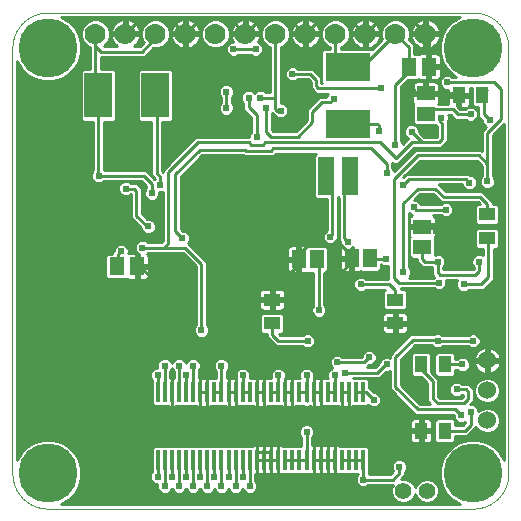
<source format=gbl>
G75*
%MOIN*%
%OFA0B0*%
%FSLAX25Y25*%
%IPPOS*%
%LPD*%
%AMOC8*
5,1,8,0,0,1.08239X$1,22.5*
%
%ADD10C,0.00000*%
%ADD11C,0.06000*%
%ADD12R,0.05118X0.05906*%
%ADD13R,0.05906X0.05118*%
%ADD14R,0.09300X0.15000*%
%ADD15R,0.15000X0.09300*%
%ADD16R,0.05700X0.12600*%
%ADD17R,0.04331X0.05512*%
%ADD18R,0.05512X0.04331*%
%ADD19R,0.04600X0.06300*%
%ADD20C,0.07000*%
%ADD21C,0.05543*%
%ADD22R,0.01378X0.06693*%
%ADD23C,0.01000*%
%ADD24C,0.02381*%
%ADD25C,0.19685*%
D10*
X0013311Y0001894D02*
X0155043Y0001894D01*
X0155328Y0001897D01*
X0155614Y0001908D01*
X0155899Y0001925D01*
X0156183Y0001949D01*
X0156467Y0001980D01*
X0156750Y0002018D01*
X0157031Y0002063D01*
X0157312Y0002114D01*
X0157592Y0002172D01*
X0157870Y0002237D01*
X0158146Y0002309D01*
X0158420Y0002387D01*
X0158693Y0002472D01*
X0158963Y0002564D01*
X0159231Y0002662D01*
X0159497Y0002766D01*
X0159760Y0002877D01*
X0160020Y0002994D01*
X0160278Y0003117D01*
X0160532Y0003247D01*
X0160783Y0003383D01*
X0161031Y0003524D01*
X0161275Y0003672D01*
X0161516Y0003825D01*
X0161752Y0003985D01*
X0161985Y0004150D01*
X0162214Y0004320D01*
X0162439Y0004496D01*
X0162659Y0004678D01*
X0162875Y0004864D01*
X0163086Y0005056D01*
X0163293Y0005253D01*
X0163495Y0005455D01*
X0163692Y0005662D01*
X0163884Y0005873D01*
X0164070Y0006089D01*
X0164252Y0006309D01*
X0164428Y0006534D01*
X0164598Y0006763D01*
X0164763Y0006996D01*
X0164923Y0007232D01*
X0165076Y0007473D01*
X0165224Y0007717D01*
X0165365Y0007965D01*
X0165501Y0008216D01*
X0165631Y0008470D01*
X0165754Y0008728D01*
X0165871Y0008988D01*
X0165982Y0009251D01*
X0166086Y0009517D01*
X0166184Y0009785D01*
X0166276Y0010055D01*
X0166361Y0010328D01*
X0166439Y0010602D01*
X0166511Y0010878D01*
X0166576Y0011156D01*
X0166634Y0011436D01*
X0166685Y0011717D01*
X0166730Y0011998D01*
X0166768Y0012281D01*
X0166799Y0012565D01*
X0166823Y0012849D01*
X0166840Y0013134D01*
X0166851Y0013420D01*
X0166854Y0013705D01*
X0166854Y0155437D01*
X0166851Y0155722D01*
X0166840Y0156008D01*
X0166823Y0156293D01*
X0166799Y0156577D01*
X0166768Y0156861D01*
X0166730Y0157144D01*
X0166685Y0157425D01*
X0166634Y0157706D01*
X0166576Y0157986D01*
X0166511Y0158264D01*
X0166439Y0158540D01*
X0166361Y0158814D01*
X0166276Y0159087D01*
X0166184Y0159357D01*
X0166086Y0159625D01*
X0165982Y0159891D01*
X0165871Y0160154D01*
X0165754Y0160414D01*
X0165631Y0160672D01*
X0165501Y0160926D01*
X0165365Y0161177D01*
X0165224Y0161425D01*
X0165076Y0161669D01*
X0164923Y0161910D01*
X0164763Y0162146D01*
X0164598Y0162379D01*
X0164428Y0162608D01*
X0164252Y0162833D01*
X0164070Y0163053D01*
X0163884Y0163269D01*
X0163692Y0163480D01*
X0163495Y0163687D01*
X0163293Y0163889D01*
X0163086Y0164086D01*
X0162875Y0164278D01*
X0162659Y0164464D01*
X0162439Y0164646D01*
X0162214Y0164822D01*
X0161985Y0164992D01*
X0161752Y0165157D01*
X0161516Y0165317D01*
X0161275Y0165470D01*
X0161031Y0165618D01*
X0160783Y0165759D01*
X0160532Y0165895D01*
X0160278Y0166025D01*
X0160020Y0166148D01*
X0159760Y0166265D01*
X0159497Y0166376D01*
X0159231Y0166480D01*
X0158963Y0166578D01*
X0158693Y0166670D01*
X0158420Y0166755D01*
X0158146Y0166833D01*
X0157870Y0166905D01*
X0157592Y0166970D01*
X0157312Y0167028D01*
X0157031Y0167079D01*
X0156750Y0167124D01*
X0156467Y0167162D01*
X0156183Y0167193D01*
X0155899Y0167217D01*
X0155614Y0167234D01*
X0155328Y0167245D01*
X0155043Y0167248D01*
X0013311Y0167248D01*
X0013026Y0167245D01*
X0012740Y0167234D01*
X0012455Y0167217D01*
X0012171Y0167193D01*
X0011887Y0167162D01*
X0011604Y0167124D01*
X0011323Y0167079D01*
X0011042Y0167028D01*
X0010762Y0166970D01*
X0010484Y0166905D01*
X0010208Y0166833D01*
X0009934Y0166755D01*
X0009661Y0166670D01*
X0009391Y0166578D01*
X0009123Y0166480D01*
X0008857Y0166376D01*
X0008594Y0166265D01*
X0008334Y0166148D01*
X0008076Y0166025D01*
X0007822Y0165895D01*
X0007571Y0165759D01*
X0007323Y0165618D01*
X0007079Y0165470D01*
X0006838Y0165317D01*
X0006602Y0165157D01*
X0006369Y0164992D01*
X0006140Y0164822D01*
X0005915Y0164646D01*
X0005695Y0164464D01*
X0005479Y0164278D01*
X0005268Y0164086D01*
X0005061Y0163889D01*
X0004859Y0163687D01*
X0004662Y0163480D01*
X0004470Y0163269D01*
X0004284Y0163053D01*
X0004102Y0162833D01*
X0003926Y0162608D01*
X0003756Y0162379D01*
X0003591Y0162146D01*
X0003431Y0161910D01*
X0003278Y0161669D01*
X0003130Y0161425D01*
X0002989Y0161177D01*
X0002853Y0160926D01*
X0002723Y0160672D01*
X0002600Y0160414D01*
X0002483Y0160154D01*
X0002372Y0159891D01*
X0002268Y0159625D01*
X0002170Y0159357D01*
X0002078Y0159087D01*
X0001993Y0158814D01*
X0001915Y0158540D01*
X0001843Y0158264D01*
X0001778Y0157986D01*
X0001720Y0157706D01*
X0001669Y0157425D01*
X0001624Y0157144D01*
X0001586Y0156861D01*
X0001555Y0156577D01*
X0001531Y0156293D01*
X0001514Y0156008D01*
X0001503Y0155722D01*
X0001500Y0155437D01*
X0001500Y0013705D01*
X0001503Y0013420D01*
X0001514Y0013134D01*
X0001531Y0012849D01*
X0001555Y0012565D01*
X0001586Y0012281D01*
X0001624Y0011998D01*
X0001669Y0011717D01*
X0001720Y0011436D01*
X0001778Y0011156D01*
X0001843Y0010878D01*
X0001915Y0010602D01*
X0001993Y0010328D01*
X0002078Y0010055D01*
X0002170Y0009785D01*
X0002268Y0009517D01*
X0002372Y0009251D01*
X0002483Y0008988D01*
X0002600Y0008728D01*
X0002723Y0008470D01*
X0002853Y0008216D01*
X0002989Y0007965D01*
X0003130Y0007717D01*
X0003278Y0007473D01*
X0003431Y0007232D01*
X0003591Y0006996D01*
X0003756Y0006763D01*
X0003926Y0006534D01*
X0004102Y0006309D01*
X0004284Y0006089D01*
X0004470Y0005873D01*
X0004662Y0005662D01*
X0004859Y0005455D01*
X0005061Y0005253D01*
X0005268Y0005056D01*
X0005479Y0004864D01*
X0005695Y0004678D01*
X0005915Y0004496D01*
X0006140Y0004320D01*
X0006369Y0004150D01*
X0006602Y0003985D01*
X0006838Y0003825D01*
X0007079Y0003672D01*
X0007323Y0003524D01*
X0007571Y0003383D01*
X0007822Y0003247D01*
X0008076Y0003117D01*
X0008334Y0002994D01*
X0008594Y0002877D01*
X0008857Y0002766D01*
X0009123Y0002662D01*
X0009391Y0002564D01*
X0009661Y0002472D01*
X0009934Y0002387D01*
X0010208Y0002309D01*
X0010484Y0002237D01*
X0010762Y0002172D01*
X0011042Y0002114D01*
X0011323Y0002063D01*
X0011604Y0002018D01*
X0011887Y0001980D01*
X0012171Y0001949D01*
X0012455Y0001925D01*
X0012740Y0001908D01*
X0013026Y0001897D01*
X0013311Y0001894D01*
D11*
X0159768Y0031264D03*
X0159768Y0041264D03*
X0159768Y0051264D03*
D12*
X0140280Y0149138D03*
X0133587Y0149138D03*
X0043035Y0082602D03*
X0036343Y0082602D03*
D13*
X0138114Y0089098D03*
X0138114Y0095791D03*
X0139295Y0133587D03*
X0139295Y0140280D03*
D14*
X0049189Y0139689D03*
X0030189Y0139689D03*
D15*
X0113311Y0149189D03*
X0113311Y0130189D03*
D16*
X0114161Y0112642D03*
X0106161Y0112642D03*
D17*
X0150319Y0139689D03*
X0158193Y0139689D03*
X0145594Y0049925D03*
X0137720Y0049925D03*
X0137720Y0027878D03*
X0145594Y0027878D03*
D18*
X0129059Y0063705D03*
X0129059Y0071579D03*
X0159768Y0092051D03*
X0159768Y0099925D03*
X0088114Y0071579D03*
X0088114Y0063705D03*
D19*
X0096925Y0084965D03*
X0102925Y0084965D03*
X0114642Y0085358D03*
X0120642Y0085358D03*
D20*
X0119177Y0160161D03*
X0109177Y0160161D03*
X0099177Y0160161D03*
X0089177Y0160161D03*
X0079177Y0160161D03*
X0069177Y0160161D03*
X0059177Y0160161D03*
X0049177Y0160161D03*
X0039177Y0160161D03*
X0029177Y0160161D03*
X0129177Y0160161D03*
X0139177Y0160161D03*
D21*
X0139689Y0007799D03*
X0131815Y0007799D03*
D22*
X0118429Y0018232D03*
X0116067Y0018232D03*
X0113705Y0018232D03*
X0111343Y0018232D03*
X0108980Y0018232D03*
X0106618Y0018232D03*
X0104256Y0018232D03*
X0101894Y0018232D03*
X0099531Y0018232D03*
X0097169Y0018232D03*
X0094807Y0018232D03*
X0092445Y0018232D03*
X0090083Y0018232D03*
X0087720Y0018232D03*
X0085358Y0018232D03*
X0082996Y0018232D03*
X0080634Y0018232D03*
X0078272Y0018232D03*
X0075909Y0018232D03*
X0073547Y0018232D03*
X0071185Y0018232D03*
X0068823Y0018232D03*
X0066461Y0018232D03*
X0064098Y0018232D03*
X0061736Y0018232D03*
X0059374Y0018232D03*
X0057012Y0018232D03*
X0054650Y0018232D03*
X0052287Y0018232D03*
X0049925Y0018232D03*
X0049925Y0040673D03*
X0052287Y0040673D03*
X0054650Y0040673D03*
X0057012Y0040673D03*
X0059374Y0040673D03*
X0061736Y0040673D03*
X0064098Y0040673D03*
X0066461Y0040673D03*
X0068823Y0040673D03*
X0071185Y0040673D03*
X0073547Y0040673D03*
X0075909Y0040673D03*
X0078272Y0040673D03*
X0080634Y0040673D03*
X0082996Y0040673D03*
X0085358Y0040673D03*
X0087720Y0040673D03*
X0090083Y0040673D03*
X0092445Y0040673D03*
X0094807Y0040673D03*
X0097169Y0040673D03*
X0099531Y0040673D03*
X0101894Y0040673D03*
X0104256Y0040673D03*
X0106618Y0040673D03*
X0108980Y0040673D03*
X0111343Y0040673D03*
X0113705Y0040673D03*
X0116067Y0040673D03*
X0118429Y0040673D03*
D23*
X0119413Y0040673D01*
X0121972Y0038114D01*
X0123782Y0039837D02*
X0129111Y0039837D01*
X0128311Y0040638D02*
X0135791Y0033157D01*
X0148389Y0033157D01*
X0148609Y0032938D01*
X0148609Y0032499D01*
X0148989Y0031581D01*
X0149691Y0030879D01*
X0150609Y0030498D01*
X0151603Y0030498D01*
X0152449Y0030849D01*
X0152449Y0030595D01*
X0151539Y0029685D01*
X0149067Y0029685D01*
X0149067Y0031175D01*
X0148301Y0031941D01*
X0142888Y0031941D01*
X0142122Y0031175D01*
X0142122Y0024581D01*
X0142888Y0023815D01*
X0148301Y0023815D01*
X0149067Y0024581D01*
X0149067Y0026071D01*
X0153036Y0026071D01*
X0154094Y0027129D01*
X0156020Y0029055D01*
X0156116Y0028824D01*
X0157328Y0027612D01*
X0158911Y0026957D01*
X0160624Y0026957D01*
X0162207Y0027612D01*
X0163419Y0028824D01*
X0164075Y0030407D01*
X0164075Y0032121D01*
X0163419Y0033704D01*
X0162207Y0034915D01*
X0160624Y0035571D01*
X0158911Y0035571D01*
X0157328Y0034915D01*
X0156754Y0034341D01*
X0156754Y0034674D01*
X0156373Y0035592D01*
X0155671Y0036295D01*
X0154753Y0036675D01*
X0154191Y0036675D01*
X0154217Y0036701D01*
X0155276Y0037759D01*
X0155276Y0041619D01*
X0153430Y0043465D01*
X0151257Y0043465D01*
X0150946Y0043775D01*
X0150028Y0044155D01*
X0149035Y0044155D01*
X0148117Y0043775D01*
X0147414Y0043072D01*
X0147034Y0042154D01*
X0147034Y0041161D01*
X0147414Y0040243D01*
X0148117Y0039540D01*
X0149035Y0039160D01*
X0150028Y0039160D01*
X0150946Y0039540D01*
X0151257Y0039850D01*
X0151661Y0039850D01*
X0151661Y0039256D01*
X0151145Y0038740D01*
X0143981Y0038740D01*
X0143465Y0039256D01*
X0143465Y0045162D01*
X0142406Y0046220D01*
X0141193Y0047434D01*
X0141193Y0053223D01*
X0140427Y0053988D01*
X0135014Y0053988D01*
X0134248Y0053223D01*
X0134248Y0046628D01*
X0135014Y0045862D01*
X0137653Y0045862D01*
X0139850Y0043665D01*
X0139850Y0037759D01*
X0140838Y0036772D01*
X0137288Y0036772D01*
X0130866Y0043193D01*
X0130866Y0051539D01*
X0135713Y0056386D01*
X0141114Y0056386D01*
X0141115Y0056384D01*
X0141817Y0055682D01*
X0142735Y0055302D01*
X0143729Y0055302D01*
X0144647Y0055682D01*
X0144957Y0055992D01*
X0153318Y0055992D01*
X0153629Y0055682D01*
X0154546Y0055302D01*
X0155540Y0055302D01*
X0156458Y0055682D01*
X0157161Y0056384D01*
X0157541Y0057302D01*
X0157541Y0058296D01*
X0157161Y0059214D01*
X0156458Y0059917D01*
X0155540Y0060297D01*
X0154546Y0060297D01*
X0153629Y0059917D01*
X0153318Y0059606D01*
X0144957Y0059606D01*
X0144647Y0059917D01*
X0143729Y0060297D01*
X0142735Y0060297D01*
X0142019Y0060000D01*
X0134216Y0060000D01*
X0133157Y0058941D01*
X0127252Y0053036D01*
X0127252Y0052236D01*
X0126800Y0052423D01*
X0125806Y0052423D01*
X0124888Y0052043D01*
X0124186Y0051340D01*
X0123806Y0050422D01*
X0123806Y0050377D01*
X0122405Y0048976D01*
X0119642Y0048976D01*
X0120456Y0049790D01*
X0120894Y0049790D01*
X0121812Y0050170D01*
X0122515Y0050873D01*
X0122895Y0051791D01*
X0122895Y0052784D01*
X0122515Y0053702D01*
X0121812Y0054405D01*
X0120894Y0054785D01*
X0119901Y0054785D01*
X0118983Y0054405D01*
X0118280Y0053702D01*
X0117900Y0052784D01*
X0117900Y0052520D01*
X0111493Y0052520D01*
X0111183Y0052830D01*
X0110265Y0053210D01*
X0109271Y0053210D01*
X0108353Y0052830D01*
X0107650Y0052127D01*
X0107270Y0051209D01*
X0107270Y0050216D01*
X0107650Y0049298D01*
X0108190Y0048758D01*
X0107566Y0048499D01*
X0106863Y0047797D01*
X0106483Y0046879D01*
X0106483Y0045885D01*
X0106714Y0045327D01*
X0105681Y0045327D01*
X0105524Y0045417D01*
X0105142Y0045520D01*
X0104256Y0045520D01*
X0104256Y0040673D01*
X0104256Y0035827D01*
X0105142Y0035827D01*
X0105524Y0035929D01*
X0105681Y0036020D01*
X0109917Y0036020D01*
X0110075Y0035929D01*
X0110456Y0035827D01*
X0111342Y0035827D01*
X0111342Y0040673D01*
X0111343Y0040673D01*
X0111343Y0040673D01*
X0113705Y0040673D01*
X0113705Y0035827D01*
X0114591Y0035827D01*
X0114973Y0035929D01*
X0115130Y0036020D01*
X0119660Y0036020D01*
X0120097Y0036457D01*
X0120558Y0035997D01*
X0121476Y0035617D01*
X0122469Y0035617D01*
X0123387Y0035997D01*
X0124090Y0036699D01*
X0124470Y0037617D01*
X0124470Y0038611D01*
X0124090Y0039529D01*
X0123387Y0040232D01*
X0122469Y0040612D01*
X0122030Y0040612D01*
X0120425Y0042217D01*
X0120425Y0044561D01*
X0119660Y0045327D01*
X0115130Y0045327D01*
X0115068Y0045362D01*
X0123902Y0045362D01*
X0124961Y0046421D01*
X0125967Y0047428D01*
X0126800Y0047428D01*
X0127252Y0047615D01*
X0127252Y0041696D01*
X0128311Y0040638D01*
X0128113Y0040836D02*
X0121807Y0040836D01*
X0120808Y0041834D02*
X0127252Y0041834D01*
X0127252Y0042833D02*
X0120425Y0042833D01*
X0120425Y0043831D02*
X0127252Y0043831D01*
X0127252Y0044830D02*
X0120157Y0044830D01*
X0123154Y0047169D02*
X0112524Y0047169D01*
X0108980Y0046382D02*
X0108980Y0040673D01*
X0106618Y0040673D01*
X0104256Y0040673D02*
X0104256Y0040673D01*
X0104256Y0035827D01*
X0103369Y0035827D01*
X0103075Y0035906D01*
X0102780Y0035827D01*
X0101894Y0035827D01*
X0101894Y0040673D01*
X0101894Y0040673D01*
X0104256Y0040673D01*
X0104256Y0031421D01*
X0106224Y0029453D01*
X0112130Y0029453D01*
X0113705Y0031028D01*
X0113705Y0040673D01*
X0113705Y0040673D01*
X0113705Y0035827D01*
X0112818Y0035827D01*
X0112524Y0035906D01*
X0112229Y0035827D01*
X0111343Y0035827D01*
X0111343Y0040673D01*
X0113531Y0040673D01*
X0113705Y0040673D01*
X0111343Y0040673D01*
X0111342Y0039837D02*
X0111343Y0039837D01*
X0111342Y0038839D02*
X0111343Y0038839D01*
X0111342Y0037840D02*
X0111343Y0037840D01*
X0111342Y0036842D02*
X0111343Y0036842D01*
X0111342Y0035843D02*
X0111343Y0035843D01*
X0112290Y0035843D02*
X0112757Y0035843D01*
X0113705Y0035843D02*
X0113705Y0035843D01*
X0114652Y0035843D02*
X0120929Y0035843D01*
X0123016Y0035843D02*
X0133105Y0035843D01*
X0132107Y0036842D02*
X0124149Y0036842D01*
X0124470Y0037840D02*
X0131108Y0037840D01*
X0130110Y0038839D02*
X0124376Y0038839D01*
X0129059Y0042445D02*
X0129059Y0052287D01*
X0134965Y0058193D01*
X0142839Y0058193D01*
X0143232Y0057799D01*
X0155043Y0057799D01*
X0153497Y0055813D02*
X0144779Y0055813D01*
X0142888Y0053988D02*
X0142122Y0053223D01*
X0142122Y0046628D01*
X0142888Y0045862D01*
X0148301Y0045862D01*
X0149067Y0046628D01*
X0149067Y0048118D01*
X0149775Y0048118D01*
X0150085Y0047808D01*
X0151003Y0047428D01*
X0151997Y0047428D01*
X0152915Y0047808D01*
X0153617Y0048510D01*
X0153998Y0049428D01*
X0153998Y0050422D01*
X0153617Y0051340D01*
X0152915Y0052043D01*
X0151997Y0052423D01*
X0151003Y0052423D01*
X0150085Y0052043D01*
X0149775Y0051732D01*
X0149067Y0051732D01*
X0149067Y0053223D01*
X0148301Y0053988D01*
X0142888Y0053988D01*
X0142716Y0053816D02*
X0140599Y0053816D01*
X0141193Y0052818D02*
X0142122Y0052818D01*
X0142122Y0051819D02*
X0141193Y0051819D01*
X0141193Y0050821D02*
X0142122Y0050821D01*
X0142122Y0049822D02*
X0141193Y0049822D01*
X0141193Y0048824D02*
X0142122Y0048824D01*
X0142122Y0047825D02*
X0141193Y0047825D01*
X0141800Y0046827D02*
X0142122Y0046827D01*
X0142798Y0045828D02*
X0165354Y0045828D01*
X0165354Y0044830D02*
X0162293Y0044830D01*
X0162207Y0044915D02*
X0160624Y0045571D01*
X0158911Y0045571D01*
X0157328Y0044915D01*
X0156116Y0043704D01*
X0155461Y0042121D01*
X0155461Y0040407D01*
X0156116Y0038824D01*
X0157328Y0037612D01*
X0158911Y0036957D01*
X0160624Y0036957D01*
X0162207Y0037612D01*
X0163419Y0038824D01*
X0164075Y0040407D01*
X0164075Y0042121D01*
X0163419Y0043704D01*
X0162207Y0044915D01*
X0163291Y0043831D02*
X0165354Y0043831D01*
X0165354Y0042833D02*
X0163780Y0042833D01*
X0164075Y0041834D02*
X0165354Y0041834D01*
X0165354Y0040836D02*
X0164075Y0040836D01*
X0163839Y0039837D02*
X0165354Y0039837D01*
X0165280Y0038902D02*
X0162642Y0036264D01*
X0159768Y0036264D01*
X0157257Y0034845D02*
X0156683Y0034845D01*
X0156122Y0035843D02*
X0165354Y0035843D01*
X0165354Y0034845D02*
X0162278Y0034845D01*
X0163277Y0033846D02*
X0165354Y0033846D01*
X0165354Y0032848D02*
X0163774Y0032848D01*
X0164075Y0031849D02*
X0165354Y0031849D01*
X0165354Y0030851D02*
X0164075Y0030851D01*
X0163845Y0029852D02*
X0165354Y0029852D01*
X0165354Y0028854D02*
X0163431Y0028854D01*
X0162450Y0027855D02*
X0165354Y0027855D01*
X0165354Y0026856D02*
X0153822Y0026856D01*
X0154820Y0027855D02*
X0157085Y0027855D01*
X0156104Y0028854D02*
X0155819Y0028854D01*
X0154256Y0029846D02*
X0152287Y0027878D01*
X0145594Y0027878D01*
X0142122Y0027855D02*
X0138221Y0027855D01*
X0138221Y0027378D02*
X0138221Y0028378D01*
X0141386Y0028378D01*
X0141386Y0030831D01*
X0141284Y0031213D01*
X0141086Y0031555D01*
X0140807Y0031834D01*
X0140465Y0032032D01*
X0140083Y0032134D01*
X0138220Y0032134D01*
X0138220Y0028378D01*
X0137220Y0028378D01*
X0137220Y0027378D01*
X0134055Y0027378D01*
X0134055Y0024925D01*
X0134157Y0024543D01*
X0134355Y0024201D01*
X0134634Y0023922D01*
X0134976Y0023724D01*
X0135358Y0023622D01*
X0137220Y0023622D01*
X0137220Y0027378D01*
X0138220Y0027378D01*
X0138220Y0023622D01*
X0140083Y0023622D01*
X0140465Y0023724D01*
X0140807Y0023922D01*
X0141086Y0024201D01*
X0141284Y0024543D01*
X0141386Y0024925D01*
X0141386Y0027378D01*
X0138221Y0027378D01*
X0138220Y0026856D02*
X0137220Y0026856D01*
X0137220Y0025858D02*
X0138220Y0025858D01*
X0138220Y0024859D02*
X0137220Y0024859D01*
X0137220Y0023861D02*
X0138220Y0023861D01*
X0140702Y0023861D02*
X0142842Y0023861D01*
X0142122Y0024859D02*
X0141368Y0024859D01*
X0141386Y0025858D02*
X0142122Y0025858D01*
X0142122Y0026856D02*
X0141386Y0026856D01*
X0141386Y0028854D02*
X0142122Y0028854D01*
X0142122Y0029852D02*
X0141386Y0029852D01*
X0141381Y0030851D02*
X0142122Y0030851D01*
X0142796Y0031849D02*
X0140781Y0031849D01*
X0141657Y0032209D02*
X0138508Y0032209D01*
X0137720Y0031421D01*
X0137720Y0027878D01*
X0137220Y0027855D02*
X0102029Y0027855D01*
X0102029Y0027981D02*
X0101649Y0028899D01*
X0100946Y0029602D01*
X0100028Y0029982D01*
X0099035Y0029982D01*
X0098117Y0029602D01*
X0097414Y0028899D01*
X0097034Y0027981D01*
X0097034Y0026987D01*
X0097414Y0026069D01*
X0097724Y0025759D01*
X0097724Y0022886D01*
X0091508Y0022886D01*
X0091351Y0022977D01*
X0090969Y0023079D01*
X0090083Y0023079D01*
X0090083Y0018232D01*
X0090083Y0013386D01*
X0090969Y0013386D01*
X0091351Y0013488D01*
X0091508Y0013579D01*
X0100469Y0013579D01*
X0100626Y0013488D01*
X0101007Y0013386D01*
X0101894Y0013386D01*
X0102780Y0013386D01*
X0103075Y0013465D01*
X0103369Y0013386D01*
X0104256Y0013386D01*
X0105142Y0013386D01*
X0105437Y0013465D01*
X0105732Y0013386D01*
X0106618Y0013386D01*
X0106618Y0018232D01*
X0106618Y0018232D01*
X0106618Y0013386D01*
X0107505Y0013386D01*
X0107799Y0013465D01*
X0108094Y0013386D01*
X0108980Y0013386D01*
X0108980Y0018232D01*
X0108807Y0018232D01*
X0106618Y0018232D01*
X0104429Y0018232D01*
X0104256Y0018232D01*
X0104256Y0013386D01*
X0104256Y0018232D01*
X0104256Y0018232D01*
X0104256Y0018232D01*
X0101894Y0018232D01*
X0101894Y0018232D01*
X0102067Y0018232D01*
X0104256Y0018232D01*
X0106618Y0018232D01*
X0106618Y0018232D01*
X0108980Y0018232D01*
X0108980Y0018232D01*
X0108980Y0018232D01*
X0106618Y0018232D01*
X0106618Y0018232D01*
X0104256Y0018232D01*
X0104256Y0018232D01*
X0104256Y0018232D01*
X0104256Y0023079D01*
X0105142Y0023079D01*
X0105437Y0023000D01*
X0105732Y0023079D01*
X0106618Y0023079D01*
X0106618Y0018232D01*
X0106618Y0018232D01*
X0106618Y0023079D01*
X0107505Y0023079D01*
X0107799Y0023000D01*
X0108094Y0023079D01*
X0108980Y0023079D01*
X0108980Y0018232D01*
X0108980Y0013386D01*
X0109867Y0013386D01*
X0110248Y0013488D01*
X0110405Y0013579D01*
X0116622Y0013579D01*
X0116622Y0013264D01*
X0116312Y0012954D01*
X0115931Y0012036D01*
X0115931Y0011043D01*
X0116312Y0010125D01*
X0117014Y0009422D01*
X0117932Y0009042D01*
X0118926Y0009042D01*
X0119844Y0009422D01*
X0120154Y0009732D01*
X0128201Y0009732D01*
X0127736Y0008611D01*
X0127736Y0006988D01*
X0128357Y0005489D01*
X0129505Y0004341D01*
X0131004Y0003720D01*
X0132626Y0003720D01*
X0134125Y0004341D01*
X0135273Y0005489D01*
X0135752Y0006646D01*
X0136231Y0005489D01*
X0137379Y0004341D01*
X0138878Y0003720D01*
X0140500Y0003720D01*
X0141999Y0004341D01*
X0143147Y0005489D01*
X0143768Y0006988D01*
X0143768Y0008611D01*
X0143147Y0010110D01*
X0141999Y0011257D01*
X0140500Y0011878D01*
X0138878Y0011878D01*
X0137379Y0011257D01*
X0136231Y0010110D01*
X0135752Y0008953D01*
X0135273Y0010110D01*
X0134125Y0011257D01*
X0132626Y0011878D01*
X0131166Y0011878D01*
X0132244Y0012956D01*
X0132244Y0014145D01*
X0132554Y0014455D01*
X0132935Y0015373D01*
X0132935Y0016367D01*
X0132554Y0017285D01*
X0131852Y0017987D01*
X0130934Y0018368D01*
X0129940Y0018368D01*
X0129022Y0017987D01*
X0128320Y0017285D01*
X0127939Y0016367D01*
X0127939Y0015373D01*
X0128320Y0014455D01*
X0128476Y0014299D01*
X0127523Y0013346D01*
X0120236Y0013346D01*
X0120236Y0014155D01*
X0120425Y0014344D01*
X0120425Y0022120D01*
X0119660Y0022886D01*
X0110405Y0022886D01*
X0110248Y0022977D01*
X0109867Y0023079D01*
X0108980Y0023079D01*
X0108980Y0018232D01*
X0108980Y0018232D01*
X0108980Y0017870D02*
X0108980Y0017870D01*
X0108980Y0018868D02*
X0108980Y0018868D01*
X0108980Y0019867D02*
X0108980Y0019867D01*
X0108980Y0020865D02*
X0108980Y0020865D01*
X0108980Y0021864D02*
X0108980Y0021864D01*
X0108980Y0022862D02*
X0108980Y0022862D01*
X0106618Y0022862D02*
X0106618Y0022862D01*
X0106618Y0021864D02*
X0106618Y0021864D01*
X0106618Y0020865D02*
X0106618Y0020865D01*
X0106618Y0019867D02*
X0106618Y0019867D01*
X0106618Y0018868D02*
X0106618Y0018868D01*
X0106618Y0017870D02*
X0106618Y0017870D01*
X0106618Y0016871D02*
X0106618Y0016871D01*
X0106618Y0015873D02*
X0106618Y0015873D01*
X0106618Y0014874D02*
X0106618Y0014874D01*
X0106618Y0013876D02*
X0106618Y0013876D01*
X0108980Y0013876D02*
X0108980Y0013876D01*
X0108980Y0014874D02*
X0108980Y0014874D01*
X0108980Y0015873D02*
X0108980Y0015873D01*
X0108980Y0016871D02*
X0108980Y0016871D01*
X0111343Y0018232D02*
X0113705Y0018232D01*
X0116067Y0018232D01*
X0118429Y0018232D01*
X0118429Y0011539D01*
X0128272Y0011539D01*
X0130437Y0013705D01*
X0130437Y0015870D01*
X0132935Y0015873D02*
X0144081Y0015873D01*
X0143894Y0015173D02*
X0143894Y0012237D01*
X0144654Y0009401D01*
X0146121Y0006859D01*
X0148197Y0004783D01*
X0150603Y0003394D01*
X0017751Y0003394D01*
X0020157Y0004783D01*
X0022233Y0006859D01*
X0023701Y0009401D01*
X0024461Y0012237D01*
X0024461Y0015173D01*
X0023701Y0018008D01*
X0022233Y0020551D01*
X0020157Y0022627D01*
X0017615Y0024094D01*
X0014779Y0024854D01*
X0011843Y0024854D01*
X0009007Y0024094D01*
X0006465Y0022627D01*
X0004389Y0020551D01*
X0003000Y0018145D01*
X0003000Y0150997D01*
X0004389Y0148591D01*
X0006465Y0146515D01*
X0009007Y0145047D01*
X0011843Y0144287D01*
X0014779Y0144287D01*
X0017615Y0145047D01*
X0020157Y0146515D01*
X0022233Y0148591D01*
X0023701Y0151133D01*
X0024461Y0153969D01*
X0024461Y0156905D01*
X0023701Y0159741D01*
X0022233Y0162283D01*
X0020157Y0164359D01*
X0017751Y0165748D01*
X0150603Y0165748D01*
X0148197Y0164359D01*
X0146121Y0162283D01*
X0144654Y0159741D01*
X0143894Y0156905D01*
X0143894Y0153969D01*
X0144654Y0151133D01*
X0146121Y0148591D01*
X0148197Y0146515D01*
X0149390Y0145827D01*
X0148107Y0145827D01*
X0147797Y0146137D01*
X0146879Y0146517D01*
X0145885Y0146517D01*
X0144967Y0146137D01*
X0144264Y0145434D01*
X0143884Y0144516D01*
X0143884Y0143523D01*
X0144264Y0142605D01*
X0144967Y0141902D01*
X0145885Y0141522D01*
X0146654Y0141522D01*
X0146654Y0140189D01*
X0149819Y0140189D01*
X0149819Y0139189D01*
X0149819Y0136052D01*
X0150157Y0135713D01*
X0150674Y0135197D01*
X0152531Y0135197D01*
X0152798Y0135464D01*
X0152682Y0135433D01*
X0150819Y0135433D01*
X0150819Y0139189D01*
X0150819Y0140189D01*
X0153984Y0140189D01*
X0153984Y0142213D01*
X0154720Y0142213D01*
X0154720Y0136392D01*
X0155486Y0135626D01*
X0156780Y0135626D01*
X0156780Y0132641D01*
X0157838Y0131583D01*
X0158057Y0131363D01*
X0158057Y0130924D01*
X0158438Y0130006D01*
X0159140Y0129304D01*
X0159342Y0129220D01*
X0157961Y0127839D01*
X0157961Y0121217D01*
X0157760Y0121417D01*
X0135791Y0121417D01*
X0134732Y0120359D01*
X0128735Y0114361D01*
X0128421Y0115120D01*
X0128110Y0115430D01*
X0128110Y0117216D01*
X0128507Y0116819D01*
X0130004Y0116819D01*
X0131063Y0117877D01*
X0131063Y0117877D01*
X0135319Y0122134D01*
X0144374Y0122134D01*
X0145556Y0123315D01*
X0146614Y0124374D01*
X0146614Y0130989D01*
X0146612Y0130991D01*
X0146911Y0131712D01*
X0146911Y0132705D01*
X0146724Y0133157D01*
X0147602Y0133157D01*
X0149177Y0131583D01*
X0152531Y0131583D01*
X0152841Y0131272D01*
X0153759Y0130892D01*
X0154753Y0130892D01*
X0155671Y0131272D01*
X0156373Y0131975D01*
X0156754Y0132893D01*
X0156754Y0133887D01*
X0156373Y0134805D01*
X0155671Y0135507D01*
X0154753Y0135887D01*
X0153759Y0135887D01*
X0153419Y0135747D01*
X0153685Y0136012D01*
X0153882Y0136354D01*
X0153984Y0136736D01*
X0153984Y0139189D01*
X0150819Y0139189D01*
X0149819Y0139189D01*
X0146654Y0139189D01*
X0146654Y0136772D01*
X0143471Y0136772D01*
X0143446Y0136797D01*
X0143448Y0136799D01*
X0143646Y0137141D01*
X0143748Y0137523D01*
X0143748Y0139780D01*
X0139795Y0139780D01*
X0139795Y0140779D01*
X0143748Y0140779D01*
X0143748Y0143036D01*
X0143646Y0143418D01*
X0143448Y0143760D01*
X0143169Y0144039D01*
X0142827Y0144236D01*
X0142446Y0144339D01*
X0139795Y0144339D01*
X0139795Y0140780D01*
X0138795Y0140780D01*
X0138795Y0144339D01*
X0136145Y0144339D01*
X0135764Y0144236D01*
X0135421Y0144039D01*
X0135142Y0143760D01*
X0134945Y0143418D01*
X0134843Y0143036D01*
X0134843Y0140779D01*
X0138795Y0140779D01*
X0138795Y0139780D01*
X0134843Y0139780D01*
X0134843Y0137523D01*
X0134945Y0137141D01*
X0135142Y0136799D01*
X0135145Y0136797D01*
X0135035Y0136687D01*
X0135035Y0130486D01*
X0135801Y0129720D01*
X0142653Y0129720D01*
X0142738Y0129550D01*
X0143000Y0129463D01*
X0143000Y0125871D01*
X0142877Y0125748D01*
X0138863Y0125748D01*
X0137068Y0127542D01*
X0137068Y0127981D01*
X0136688Y0128899D01*
X0135986Y0129602D01*
X0135068Y0129982D01*
X0134074Y0129982D01*
X0133156Y0129602D01*
X0132453Y0128899D01*
X0132073Y0127981D01*
X0132073Y0126987D01*
X0132453Y0126069D01*
X0133156Y0125367D01*
X0133358Y0125283D01*
X0131557Y0123482D01*
X0131557Y0123650D01*
X0131176Y0124568D01*
X0130866Y0124879D01*
X0130866Y0142484D01*
X0133260Y0144878D01*
X0136687Y0144878D01*
X0136797Y0144988D01*
X0136799Y0144985D01*
X0137141Y0144787D01*
X0137523Y0144685D01*
X0139780Y0144685D01*
X0139780Y0148638D01*
X0140779Y0148638D01*
X0140779Y0144685D01*
X0143036Y0144685D01*
X0143418Y0144787D01*
X0143760Y0144985D01*
X0144039Y0145264D01*
X0144236Y0145606D01*
X0144339Y0145988D01*
X0144339Y0148638D01*
X0140780Y0148638D01*
X0140780Y0149638D01*
X0144339Y0149638D01*
X0144339Y0152288D01*
X0144236Y0152670D01*
X0144039Y0153012D01*
X0143760Y0153291D01*
X0143418Y0153488D01*
X0143036Y0153591D01*
X0140779Y0153591D01*
X0140779Y0149638D01*
X0139780Y0149638D01*
X0139780Y0153591D01*
X0137523Y0153591D01*
X0137141Y0153488D01*
X0136799Y0153291D01*
X0136797Y0153288D01*
X0136687Y0153398D01*
X0135394Y0153398D01*
X0135394Y0156500D01*
X0133605Y0158289D01*
X0133984Y0159205D01*
X0133984Y0161118D01*
X0133252Y0162884D01*
X0131900Y0164237D01*
X0130133Y0164968D01*
X0128221Y0164968D01*
X0126454Y0164237D01*
X0125102Y0162884D01*
X0124370Y0161118D01*
X0124370Y0159205D01*
X0124749Y0158289D01*
X0121479Y0155019D01*
X0121352Y0155146D01*
X0110984Y0155146D01*
X0110984Y0155707D01*
X0111900Y0156086D01*
X0113252Y0157438D01*
X0113984Y0159205D01*
X0113984Y0161118D01*
X0113252Y0162884D01*
X0111900Y0164237D01*
X0110133Y0164968D01*
X0108221Y0164968D01*
X0106454Y0164237D01*
X0105102Y0162884D01*
X0104370Y0161118D01*
X0104370Y0159205D01*
X0105102Y0157438D01*
X0106454Y0156086D01*
X0107370Y0155707D01*
X0107370Y0155146D01*
X0105270Y0155146D01*
X0104504Y0154380D01*
X0104504Y0143998D01*
X0104643Y0143858D01*
X0104488Y0143858D01*
X0104488Y0145556D01*
X0103430Y0146614D01*
X0101461Y0148583D01*
X0096532Y0148583D01*
X0096222Y0148893D01*
X0095304Y0149273D01*
X0094310Y0149273D01*
X0093392Y0148893D01*
X0092690Y0148190D01*
X0092309Y0147272D01*
X0092309Y0146279D01*
X0092690Y0145361D01*
X0093392Y0144658D01*
X0094310Y0144278D01*
X0095304Y0144278D01*
X0096222Y0144658D01*
X0096532Y0144969D01*
X0099964Y0144969D01*
X0100874Y0144059D01*
X0100874Y0142090D01*
X0101661Y0141303D01*
X0102720Y0140244D01*
X0106791Y0140244D01*
X0106469Y0139923D01*
X0106142Y0139134D01*
X0103901Y0139134D01*
X0102843Y0138075D01*
X0099693Y0134926D01*
X0099693Y0131382D01*
X0096027Y0127717D01*
X0088469Y0127717D01*
X0087953Y0128233D01*
X0087953Y0133633D01*
X0088012Y0133692D01*
X0088940Y0132764D01*
X0089145Y0132764D01*
X0089455Y0132453D01*
X0090373Y0132073D01*
X0091367Y0132073D01*
X0092285Y0132453D01*
X0092987Y0133156D01*
X0093368Y0134074D01*
X0093368Y0135068D01*
X0092987Y0135986D01*
X0092285Y0136688D01*
X0091367Y0137068D01*
X0090984Y0137068D01*
X0090984Y0155707D01*
X0091900Y0156086D01*
X0093252Y0157438D01*
X0093984Y0159205D01*
X0093984Y0161118D01*
X0093252Y0162884D01*
X0091900Y0164237D01*
X0090133Y0164968D01*
X0088221Y0164968D01*
X0086454Y0164237D01*
X0085102Y0162884D01*
X0084370Y0161118D01*
X0084370Y0159205D01*
X0085102Y0157438D01*
X0086454Y0156086D01*
X0087370Y0155707D01*
X0087370Y0140709D01*
X0085902Y0140709D01*
X0085592Y0141019D01*
X0084674Y0141399D01*
X0083680Y0141399D01*
X0082762Y0141019D01*
X0082209Y0140465D01*
X0081655Y0141019D01*
X0080737Y0141399D01*
X0079743Y0141399D01*
X0078825Y0141019D01*
X0078123Y0140316D01*
X0077743Y0139398D01*
X0077743Y0138405D01*
X0078123Y0137487D01*
X0078433Y0137176D01*
X0078433Y0135003D01*
X0081189Y0132248D01*
X0081189Y0127635D01*
X0080879Y0127324D01*
X0080498Y0126406D01*
X0080498Y0125748D01*
X0062562Y0125748D01*
X0061504Y0124689D01*
X0052720Y0115905D01*
X0051661Y0114847D01*
X0051661Y0114130D01*
X0051339Y0114453D01*
X0051339Y0130882D01*
X0054380Y0130882D01*
X0055146Y0131648D01*
X0055146Y0147730D01*
X0054380Y0148496D01*
X0043998Y0148496D01*
X0043232Y0147730D01*
X0043232Y0131648D01*
X0043998Y0130882D01*
X0047724Y0130882D01*
X0047724Y0112956D01*
X0048783Y0111898D01*
X0048906Y0111775D01*
X0048906Y0111768D01*
X0048705Y0111968D01*
X0045949Y0114724D01*
X0031996Y0114724D01*
X0031996Y0130882D01*
X0035380Y0130882D01*
X0036146Y0131648D01*
X0036146Y0147730D01*
X0035380Y0148496D01*
X0030984Y0148496D01*
X0030984Y0152449D01*
X0045556Y0152449D01*
X0046614Y0153507D01*
X0048461Y0155354D01*
X0050133Y0155354D01*
X0051900Y0156086D01*
X0053252Y0157438D01*
X0053984Y0159205D01*
X0053984Y0161118D01*
X0053252Y0162884D01*
X0051900Y0164237D01*
X0050133Y0164968D01*
X0048221Y0164968D01*
X0046454Y0164237D01*
X0045102Y0162884D01*
X0044370Y0161118D01*
X0044370Y0159205D01*
X0045102Y0157438D01*
X0045268Y0157272D01*
X0044059Y0156063D01*
X0042043Y0156063D01*
X0042434Y0156348D01*
X0042991Y0156904D01*
X0043454Y0157541D01*
X0043811Y0158242D01*
X0044054Y0158991D01*
X0044160Y0159661D01*
X0039677Y0159661D01*
X0039677Y0160661D01*
X0044160Y0160661D01*
X0044054Y0161332D01*
X0043811Y0162081D01*
X0043454Y0162782D01*
X0042991Y0163419D01*
X0042434Y0163975D01*
X0041798Y0164438D01*
X0041096Y0164795D01*
X0040348Y0165038D01*
X0039677Y0165145D01*
X0039677Y0160661D01*
X0038677Y0160661D01*
X0038677Y0159661D01*
X0034194Y0159661D01*
X0034300Y0158991D01*
X0034543Y0158242D01*
X0034901Y0157541D01*
X0035363Y0156904D01*
X0035920Y0156348D01*
X0036312Y0156063D01*
X0031894Y0156063D01*
X0031880Y0156078D01*
X0031900Y0156086D01*
X0033252Y0157438D01*
X0033984Y0159205D01*
X0033984Y0161118D01*
X0033252Y0162884D01*
X0031900Y0164237D01*
X0030133Y0164968D01*
X0028221Y0164968D01*
X0026454Y0164237D01*
X0025102Y0162884D01*
X0024370Y0161118D01*
X0024370Y0159205D01*
X0025102Y0157438D01*
X0026454Y0156086D01*
X0027370Y0155707D01*
X0027370Y0148496D01*
X0024998Y0148496D01*
X0024232Y0147730D01*
X0024232Y0131648D01*
X0024998Y0130882D01*
X0028382Y0130882D01*
X0028382Y0114591D01*
X0028123Y0114332D01*
X0027743Y0113414D01*
X0027743Y0112420D01*
X0028123Y0111503D01*
X0028825Y0110800D01*
X0029743Y0110420D01*
X0030737Y0110420D01*
X0031655Y0110800D01*
X0031965Y0111110D01*
X0044452Y0111110D01*
X0046150Y0109413D01*
X0046150Y0108737D01*
X0045839Y0108427D01*
X0045459Y0107509D01*
X0045459Y0106515D01*
X0045839Y0105597D01*
X0046542Y0104894D01*
X0047460Y0104514D01*
X0048454Y0104514D01*
X0049371Y0104894D01*
X0050074Y0105597D01*
X0050454Y0106515D01*
X0050454Y0107270D01*
X0051209Y0107270D01*
X0051661Y0107457D01*
X0051661Y0091225D01*
X0051145Y0090709D01*
X0046532Y0090709D01*
X0046222Y0091019D01*
X0045304Y0091399D01*
X0044310Y0091399D01*
X0043392Y0091019D01*
X0042690Y0090316D01*
X0042309Y0089398D01*
X0042309Y0088405D01*
X0042690Y0087487D01*
X0043392Y0086784D01*
X0043535Y0086725D01*
X0043535Y0083102D01*
X0042535Y0083102D01*
X0042535Y0087055D01*
X0040279Y0087055D01*
X0040132Y0087016D01*
X0040218Y0087224D01*
X0040218Y0088217D01*
X0039838Y0089135D01*
X0039135Y0089838D01*
X0038217Y0090218D01*
X0037224Y0090218D01*
X0036306Y0089838D01*
X0035603Y0089135D01*
X0035223Y0088217D01*
X0035223Y0087778D01*
X0034732Y0087288D01*
X0034732Y0086862D01*
X0033242Y0086862D01*
X0032476Y0086097D01*
X0032476Y0079108D01*
X0033242Y0078343D01*
X0039443Y0078343D01*
X0039553Y0078452D01*
X0039555Y0078449D01*
X0039897Y0078252D01*
X0040279Y0078150D01*
X0042535Y0078150D01*
X0042535Y0082102D01*
X0043535Y0082102D01*
X0043535Y0078150D01*
X0045792Y0078150D01*
X0046173Y0078252D01*
X0046516Y0078449D01*
X0046795Y0078729D01*
X0046992Y0079071D01*
X0047094Y0079452D01*
X0047094Y0082102D01*
X0043535Y0082102D01*
X0043535Y0083102D01*
X0047094Y0083102D01*
X0047094Y0085753D01*
X0046992Y0086134D01*
X0046795Y0086476D01*
X0046516Y0086755D01*
X0046311Y0086873D01*
X0046532Y0087094D01*
X0058232Y0087094D01*
X0062685Y0082641D01*
X0062685Y0063068D01*
X0062375Y0062757D01*
X0061994Y0061839D01*
X0061994Y0060846D01*
X0062375Y0059928D01*
X0063077Y0059225D01*
X0063995Y0058845D01*
X0064989Y0058845D01*
X0065907Y0059225D01*
X0066610Y0059928D01*
X0066990Y0060846D01*
X0066990Y0061839D01*
X0066610Y0062757D01*
X0066299Y0063068D01*
X0066299Y0084138D01*
X0065241Y0085197D01*
X0060056Y0090382D01*
X0060310Y0090636D01*
X0060691Y0091554D01*
X0060691Y0092548D01*
X0060310Y0093466D01*
X0059608Y0094169D01*
X0058690Y0094549D01*
X0058251Y0094549D01*
X0057638Y0095162D01*
X0057638Y0112563D01*
X0064847Y0119772D01*
X0078311Y0119772D01*
X0078704Y0119378D01*
X0088469Y0119378D01*
X0089256Y0120165D01*
X0102687Y0120165D01*
X0102004Y0119483D01*
X0102004Y0105800D01*
X0102770Y0105035D01*
X0106386Y0105035D01*
X0106386Y0094726D01*
X0105991Y0094562D01*
X0105288Y0093860D01*
X0104908Y0092942D01*
X0104908Y0091948D01*
X0105288Y0091030D01*
X0105991Y0090327D01*
X0106909Y0089947D01*
X0107902Y0089947D01*
X0108820Y0090327D01*
X0109523Y0091030D01*
X0109903Y0091948D01*
X0109903Y0092387D01*
X0110000Y0092484D01*
X0110000Y0105482D01*
X0110161Y0105643D01*
X0110323Y0105482D01*
X0110323Y0091303D01*
X0110813Y0090812D01*
X0110813Y0090373D01*
X0111186Y0089474D01*
X0111141Y0089429D01*
X0110944Y0089087D01*
X0110842Y0088706D01*
X0110842Y0085858D01*
X0114142Y0085858D01*
X0114142Y0084858D01*
X0115142Y0084858D01*
X0115142Y0080708D01*
X0117139Y0080708D01*
X0117521Y0080810D01*
X0117755Y0080946D01*
X0117800Y0080901D01*
X0123483Y0080901D01*
X0124249Y0081667D01*
X0124249Y0083290D01*
X0124495Y0083044D01*
X0125413Y0082664D01*
X0126406Y0082664D01*
X0126858Y0082851D01*
X0126858Y0078504D01*
X0119367Y0078504D01*
X0119057Y0078814D01*
X0118139Y0079194D01*
X0117145Y0079194D01*
X0116227Y0078814D01*
X0115524Y0078112D01*
X0115144Y0077194D01*
X0115144Y0076200D01*
X0115524Y0075282D01*
X0116227Y0074579D01*
X0117145Y0074199D01*
X0118139Y0074199D01*
X0119057Y0074579D01*
X0119367Y0074890D01*
X0125600Y0074890D01*
X0124996Y0074286D01*
X0124996Y0068872D01*
X0125762Y0068106D01*
X0132356Y0068106D01*
X0133122Y0068872D01*
X0133122Y0074286D01*
X0132356Y0075051D01*
X0130866Y0075051D01*
X0130866Y0075283D01*
X0141901Y0075283D01*
X0142211Y0074973D01*
X0143129Y0074593D01*
X0144123Y0074593D01*
X0145041Y0074973D01*
X0145743Y0075676D01*
X0146124Y0076594D01*
X0146124Y0077587D01*
X0145936Y0078039D01*
X0149746Y0078039D01*
X0149396Y0077194D01*
X0149396Y0076200D01*
X0149776Y0075282D01*
X0150479Y0074579D01*
X0151397Y0074199D01*
X0152391Y0074199D01*
X0153308Y0074579D01*
X0153619Y0074890D01*
X0158548Y0074890D01*
X0160910Y0077252D01*
X0161968Y0078311D01*
X0161968Y0088579D01*
X0163065Y0088579D01*
X0163831Y0089344D01*
X0163831Y0094758D01*
X0163065Y0095524D01*
X0156470Y0095524D01*
X0155705Y0094758D01*
X0155705Y0089344D01*
X0156470Y0088579D01*
X0158354Y0088579D01*
X0158354Y0086324D01*
X0157509Y0086675D01*
X0156515Y0086675D01*
X0155597Y0086295D01*
X0154894Y0085592D01*
X0154514Y0084674D01*
X0154514Y0083680D01*
X0154894Y0082762D01*
X0155205Y0082452D01*
X0155205Y0081776D01*
X0155082Y0081654D01*
X0145039Y0081654D01*
X0145039Y0082452D01*
X0145350Y0082762D01*
X0145730Y0083680D01*
X0145730Y0084674D01*
X0145350Y0085592D01*
X0144647Y0086295D01*
X0143729Y0086675D01*
X0142735Y0086675D01*
X0142374Y0086525D01*
X0142374Y0092199D01*
X0142264Y0092308D01*
X0142267Y0092311D01*
X0142465Y0092653D01*
X0142567Y0093035D01*
X0142567Y0095291D01*
X0138614Y0095291D01*
X0138614Y0096291D01*
X0142567Y0096291D01*
X0142567Y0098548D01*
X0142465Y0098929D01*
X0142267Y0099271D01*
X0141988Y0099551D01*
X0141742Y0099693D01*
X0144263Y0099693D01*
X0144573Y0099383D01*
X0145491Y0099002D01*
X0146485Y0099002D01*
X0147403Y0099383D01*
X0148106Y0100085D01*
X0148486Y0101003D01*
X0148486Y0101997D01*
X0148106Y0102915D01*
X0147403Y0103617D01*
X0146485Y0103998D01*
X0145491Y0103998D01*
X0144573Y0103617D01*
X0144263Y0103307D01*
X0137639Y0103307D01*
X0137476Y0103702D01*
X0136773Y0104405D01*
X0135855Y0104785D01*
X0135293Y0104785D01*
X0137288Y0106780D01*
X0141696Y0106780D01*
X0143394Y0105082D01*
X0144452Y0104024D01*
X0156657Y0104024D01*
X0157283Y0103398D01*
X0156470Y0103398D01*
X0155705Y0102632D01*
X0155705Y0097218D01*
X0156470Y0096453D01*
X0163065Y0096453D01*
X0163831Y0097218D01*
X0163831Y0102632D01*
X0163065Y0103398D01*
X0161575Y0103398D01*
X0161575Y0104217D01*
X0160516Y0105276D01*
X0158154Y0107638D01*
X0145949Y0107638D01*
X0143658Y0109929D01*
X0151366Y0109929D01*
X0151708Y0109103D01*
X0152410Y0108401D01*
X0153328Y0108020D01*
X0154322Y0108020D01*
X0155240Y0108401D01*
X0155943Y0109103D01*
X0156323Y0110021D01*
X0156323Y0111015D01*
X0155943Y0111933D01*
X0155240Y0112635D01*
X0154322Y0113016D01*
X0153883Y0113016D01*
X0153356Y0113543D01*
X0133035Y0113543D01*
X0131757Y0112265D01*
X0131750Y0112265D01*
X0137288Y0117803D01*
X0156263Y0117803D01*
X0157961Y0116106D01*
X0157961Y0112674D01*
X0157650Y0112364D01*
X0157270Y0111446D01*
X0157270Y0110452D01*
X0157650Y0109534D01*
X0158353Y0108831D01*
X0159271Y0108451D01*
X0160265Y0108451D01*
X0161183Y0108831D01*
X0161885Y0109534D01*
X0162265Y0110452D01*
X0162265Y0111446D01*
X0161885Y0112364D01*
X0161575Y0112674D01*
X0161575Y0126342D01*
X0165354Y0130122D01*
X0165354Y0018145D01*
X0163965Y0020551D01*
X0161889Y0022627D01*
X0159347Y0024094D01*
X0156511Y0024854D01*
X0153575Y0024854D01*
X0150740Y0024094D01*
X0148197Y0022627D01*
X0146121Y0020551D01*
X0144654Y0018008D01*
X0143894Y0015173D01*
X0143894Y0014874D02*
X0132728Y0014874D01*
X0132244Y0013876D02*
X0143894Y0013876D01*
X0143894Y0012877D02*
X0132165Y0012877D01*
X0131167Y0011879D02*
X0143990Y0011879D01*
X0144257Y0010880D02*
X0142376Y0010880D01*
X0143241Y0009882D02*
X0144525Y0009882D01*
X0144953Y0008883D02*
X0143655Y0008883D01*
X0143768Y0007885D02*
X0145529Y0007885D01*
X0146105Y0006886D02*
X0143726Y0006886D01*
X0143312Y0005888D02*
X0147092Y0005888D01*
X0148091Y0004889D02*
X0142547Y0004889D01*
X0140911Y0003891D02*
X0149742Y0003891D01*
X0138467Y0003891D02*
X0133037Y0003891D01*
X0134673Y0004889D02*
X0136831Y0004889D01*
X0136066Y0005888D02*
X0135438Y0005888D01*
X0135367Y0009882D02*
X0136137Y0009882D01*
X0137002Y0010880D02*
X0134502Y0010880D01*
X0132726Y0016871D02*
X0144349Y0016871D01*
X0144616Y0017870D02*
X0131969Y0017870D01*
X0128905Y0017870D02*
X0120425Y0017870D01*
X0120425Y0018868D02*
X0145150Y0018868D01*
X0145727Y0019867D02*
X0120425Y0019867D01*
X0120425Y0020865D02*
X0146436Y0020865D01*
X0147435Y0021864D02*
X0120425Y0021864D01*
X0119683Y0022862D02*
X0148606Y0022862D01*
X0148347Y0023861D02*
X0150335Y0023861D01*
X0149067Y0024859D02*
X0165354Y0024859D01*
X0165354Y0023861D02*
X0159751Y0023861D01*
X0161481Y0022862D02*
X0165354Y0022862D01*
X0165354Y0021864D02*
X0162652Y0021864D01*
X0163651Y0020865D02*
X0165354Y0020865D01*
X0165354Y0019867D02*
X0164360Y0019867D01*
X0164936Y0018868D02*
X0165354Y0018868D01*
X0165354Y0025858D02*
X0149067Y0025858D01*
X0149067Y0029852D02*
X0151706Y0029852D01*
X0149759Y0030851D02*
X0149067Y0030851D01*
X0148878Y0031849D02*
X0148393Y0031849D01*
X0148609Y0032848D02*
X0003000Y0032848D01*
X0003000Y0033846D02*
X0135102Y0033846D01*
X0134104Y0034845D02*
X0003000Y0034845D01*
X0003000Y0035843D02*
X0053702Y0035843D01*
X0053763Y0035827D02*
X0054650Y0035827D01*
X0055536Y0035827D01*
X0055918Y0035929D01*
X0056075Y0036020D01*
X0062673Y0036020D01*
X0062830Y0035929D01*
X0063212Y0035827D01*
X0064098Y0035827D01*
X0064098Y0040673D01*
X0064098Y0040673D01*
X0064098Y0035827D01*
X0064985Y0035827D01*
X0065280Y0035906D01*
X0065574Y0035827D01*
X0066461Y0035827D01*
X0067347Y0035827D01*
X0067729Y0035929D01*
X0067886Y0036020D01*
X0072122Y0036020D01*
X0072279Y0035929D01*
X0072661Y0035827D01*
X0073547Y0035827D01*
X0073547Y0040673D01*
X0073547Y0040673D01*
X0073547Y0035827D01*
X0074434Y0035827D01*
X0074728Y0035906D01*
X0075023Y0035827D01*
X0075909Y0035827D01*
X0075909Y0040673D01*
X0073547Y0040673D01*
X0073547Y0031421D01*
X0071579Y0029453D01*
X0068823Y0029453D01*
X0066461Y0031815D01*
X0064098Y0029453D01*
X0057012Y0029453D01*
X0054650Y0031815D01*
X0054650Y0040673D01*
X0054650Y0035827D01*
X0054650Y0040673D01*
X0054650Y0040673D01*
X0054650Y0046382D01*
X0055205Y0046827D02*
X0054094Y0046827D01*
X0054094Y0047806D02*
X0054094Y0045520D01*
X0054650Y0045520D01*
X0054650Y0040673D01*
X0054650Y0040673D01*
X0054650Y0045520D01*
X0055205Y0045520D01*
X0055205Y0047806D01*
X0054894Y0048117D01*
X0054650Y0048708D01*
X0054405Y0048117D01*
X0054094Y0047806D01*
X0054113Y0047825D02*
X0055186Y0047825D01*
X0055205Y0045828D02*
X0054094Y0045828D01*
X0054650Y0044830D02*
X0054650Y0044830D01*
X0054650Y0043831D02*
X0054650Y0043831D01*
X0054650Y0042833D02*
X0054650Y0042833D01*
X0054650Y0041834D02*
X0054650Y0041834D01*
X0054650Y0040836D02*
X0054650Y0040836D01*
X0054650Y0039837D02*
X0054650Y0039837D01*
X0054650Y0038839D02*
X0054650Y0038839D01*
X0054650Y0037840D02*
X0054650Y0037840D01*
X0054650Y0036842D02*
X0054650Y0036842D01*
X0054650Y0035843D02*
X0054650Y0035843D01*
X0053763Y0035827D02*
X0053382Y0035929D01*
X0053225Y0036020D01*
X0048695Y0036020D01*
X0047929Y0036785D01*
X0047929Y0044561D01*
X0048071Y0044703D01*
X0047808Y0044967D01*
X0047428Y0045885D01*
X0047428Y0046879D01*
X0047808Y0047797D01*
X0048510Y0048499D01*
X0049428Y0048880D01*
X0049854Y0048880D01*
X0049790Y0049035D01*
X0049790Y0050028D01*
X0050170Y0050946D01*
X0050873Y0051649D01*
X0051791Y0052029D01*
X0052784Y0052029D01*
X0053702Y0051649D01*
X0054405Y0050946D01*
X0054650Y0050355D01*
X0054894Y0050946D01*
X0055597Y0051649D01*
X0056515Y0052029D01*
X0057509Y0052029D01*
X0058427Y0051649D01*
X0059129Y0050946D01*
X0059374Y0050355D01*
X0059619Y0050946D01*
X0060321Y0051649D01*
X0061239Y0052029D01*
X0062233Y0052029D01*
X0063151Y0051649D01*
X0063854Y0050946D01*
X0064234Y0050028D01*
X0064234Y0049035D01*
X0063854Y0048117D01*
X0063543Y0047806D01*
X0063543Y0045520D01*
X0064098Y0045520D01*
X0064098Y0040673D01*
X0066461Y0040673D01*
X0066461Y0035827D01*
X0066461Y0040673D01*
X0066461Y0040673D01*
X0066461Y0049531D01*
X0066461Y0031815D01*
X0066461Y0035843D02*
X0066461Y0035843D01*
X0067408Y0035843D02*
X0072600Y0035843D01*
X0073547Y0035843D02*
X0073547Y0035843D01*
X0074495Y0035843D02*
X0074962Y0035843D01*
X0075909Y0035843D02*
X0075909Y0035843D01*
X0075909Y0035827D02*
X0076796Y0035827D01*
X0077177Y0035929D01*
X0077334Y0036020D01*
X0081571Y0036020D01*
X0081728Y0035929D01*
X0082110Y0035827D01*
X0082996Y0035827D01*
X0082996Y0040673D01*
X0082996Y0040673D01*
X0082996Y0035827D01*
X0083883Y0035827D01*
X0084177Y0035906D01*
X0084472Y0035827D01*
X0085358Y0035827D01*
X0085358Y0040673D01*
X0085358Y0040673D01*
X0082996Y0040673D01*
X0082996Y0040673D01*
X0082996Y0046382D01*
X0082996Y0045520D02*
X0082110Y0045520D01*
X0081728Y0045417D01*
X0081571Y0045327D01*
X0080538Y0045327D01*
X0080769Y0045885D01*
X0080769Y0046879D01*
X0080389Y0047797D01*
X0079686Y0048499D01*
X0078768Y0048880D01*
X0077775Y0048880D01*
X0076857Y0048499D01*
X0076154Y0047797D01*
X0075774Y0046879D01*
X0075774Y0045885D01*
X0075925Y0045520D01*
X0075909Y0045520D01*
X0075023Y0045520D01*
X0074728Y0045441D01*
X0074434Y0045520D01*
X0073547Y0045520D01*
X0072992Y0045520D01*
X0072992Y0047806D01*
X0073302Y0048117D01*
X0073683Y0049035D01*
X0073683Y0050028D01*
X0073302Y0050946D01*
X0072600Y0051649D01*
X0071682Y0052029D01*
X0070688Y0052029D01*
X0069770Y0051649D01*
X0069068Y0050946D01*
X0068687Y0050028D01*
X0068687Y0049035D01*
X0069068Y0048117D01*
X0069378Y0047806D01*
X0069378Y0045327D01*
X0067886Y0045327D01*
X0067729Y0045417D01*
X0067347Y0045520D01*
X0066461Y0045520D01*
X0066461Y0040673D01*
X0066461Y0040673D01*
X0066460Y0040673D02*
X0064099Y0040673D01*
X0064099Y0040673D01*
X0064272Y0040673D01*
X0066460Y0040673D01*
X0066460Y0040673D01*
X0066461Y0040673D02*
X0066461Y0045520D01*
X0065574Y0045520D01*
X0065280Y0045441D01*
X0064985Y0045520D01*
X0064098Y0045520D01*
X0064098Y0040673D01*
X0064098Y0040673D01*
X0064098Y0040836D02*
X0064098Y0040836D01*
X0064098Y0041834D02*
X0064098Y0041834D01*
X0064098Y0042833D02*
X0064098Y0042833D01*
X0064098Y0043831D02*
X0064098Y0043831D01*
X0064098Y0044830D02*
X0064098Y0044830D01*
X0063543Y0045828D02*
X0069378Y0045828D01*
X0069378Y0046827D02*
X0063543Y0046827D01*
X0063562Y0047825D02*
X0069359Y0047825D01*
X0068775Y0048824D02*
X0064146Y0048824D01*
X0064234Y0049822D02*
X0068687Y0049822D01*
X0069016Y0050821D02*
X0063906Y0050821D01*
X0062740Y0051819D02*
X0070182Y0051819D01*
X0072188Y0051819D02*
X0107523Y0051819D01*
X0107270Y0050821D02*
X0073354Y0050821D01*
X0073683Y0049822D02*
X0107433Y0049822D01*
X0108124Y0048824D02*
X0100163Y0048824D01*
X0100028Y0048880D02*
X0099035Y0048880D01*
X0098117Y0048499D01*
X0097414Y0047797D01*
X0097034Y0046879D01*
X0097034Y0045885D01*
X0097265Y0045327D01*
X0096232Y0045327D01*
X0096075Y0045417D01*
X0095694Y0045520D01*
X0094807Y0045520D01*
X0093921Y0045520D01*
X0093626Y0045441D01*
X0093331Y0045520D01*
X0092445Y0045520D01*
X0092445Y0040673D01*
X0092445Y0035827D01*
X0093331Y0035827D01*
X0093626Y0035906D01*
X0093921Y0035827D01*
X0094807Y0035827D01*
X0094807Y0040673D01*
X0094807Y0040673D01*
X0094807Y0035827D01*
X0095694Y0035827D01*
X0096075Y0035929D01*
X0096232Y0036020D01*
X0098677Y0036020D01*
X0098783Y0035913D01*
X0100280Y0035913D01*
X0100386Y0036020D01*
X0100469Y0036020D01*
X0100626Y0035929D01*
X0101007Y0035827D01*
X0101894Y0035827D01*
X0101894Y0040673D01*
X0101894Y0040673D01*
X0104083Y0040673D01*
X0104256Y0040673D01*
X0104256Y0056815D01*
X0105043Y0057602D01*
X0117445Y0057602D01*
X0117642Y0057799D01*
X0127091Y0057799D01*
X0129059Y0059768D01*
X0129059Y0063705D01*
X0132996Y0063705D01*
X0133783Y0064492D01*
X0133783Y0067642D01*
X0133009Y0066797D02*
X0165354Y0066797D01*
X0165354Y0067795D02*
X0106163Y0067795D01*
X0106163Y0067539D02*
X0105783Y0066621D01*
X0105080Y0065918D01*
X0104162Y0065538D01*
X0103169Y0065538D01*
X0102251Y0065918D01*
X0101548Y0066621D01*
X0101168Y0067539D01*
X0101168Y0068532D01*
X0101548Y0069450D01*
X0101858Y0069761D01*
X0101858Y0080507D01*
X0100084Y0080507D01*
X0100039Y0080552D01*
X0099804Y0080417D01*
X0099423Y0080315D01*
X0097425Y0080315D01*
X0097425Y0084465D01*
X0096425Y0084465D01*
X0093125Y0084465D01*
X0093125Y0081617D01*
X0093227Y0081236D01*
X0093425Y0080894D01*
X0093704Y0080614D01*
X0094046Y0080417D01*
X0094428Y0080315D01*
X0096425Y0080315D01*
X0096425Y0084465D01*
X0096425Y0085465D01*
X0096425Y0089615D01*
X0094428Y0089615D01*
X0094046Y0089512D01*
X0093704Y0089315D01*
X0093425Y0089036D01*
X0093227Y0088694D01*
X0093125Y0088312D01*
X0093125Y0085465D01*
X0096425Y0085465D01*
X0097425Y0085465D01*
X0097425Y0089615D01*
X0099423Y0089615D01*
X0099804Y0089512D01*
X0100039Y0089377D01*
X0100084Y0089422D01*
X0105767Y0089422D01*
X0106532Y0088656D01*
X0106532Y0081273D01*
X0105767Y0080507D01*
X0105472Y0080507D01*
X0105472Y0069761D01*
X0105783Y0069450D01*
X0106163Y0068532D01*
X0106163Y0067539D01*
X0105856Y0066797D02*
X0125109Y0066797D01*
X0125103Y0066791D02*
X0124905Y0066449D01*
X0124803Y0066068D01*
X0124803Y0064205D01*
X0128559Y0064205D01*
X0128559Y0067370D01*
X0126106Y0067370D01*
X0125724Y0067268D01*
X0125382Y0067070D01*
X0125103Y0066791D01*
X0124803Y0065798D02*
X0104791Y0065798D01*
X0102539Y0065798D02*
X0092177Y0065798D01*
X0092177Y0066411D02*
X0091411Y0067177D01*
X0084817Y0067177D01*
X0084051Y0066411D01*
X0084051Y0060998D01*
X0084817Y0060232D01*
X0086307Y0060232D01*
X0086307Y0059019D01*
X0087366Y0057961D01*
X0089334Y0055992D01*
X0098200Y0055992D01*
X0098510Y0055682D01*
X0099428Y0055302D01*
X0100422Y0055302D01*
X0101340Y0055682D01*
X0102043Y0056384D01*
X0102423Y0057302D01*
X0102423Y0058296D01*
X0102043Y0059214D01*
X0101340Y0059917D01*
X0100422Y0060297D01*
X0099428Y0060297D01*
X0098510Y0059917D01*
X0098200Y0059606D01*
X0090831Y0059606D01*
X0090205Y0060232D01*
X0091411Y0060232D01*
X0092177Y0060998D01*
X0092177Y0066411D01*
X0091792Y0066797D02*
X0101475Y0066797D01*
X0101168Y0067795D02*
X0066299Y0067795D01*
X0066299Y0066797D02*
X0084437Y0066797D01*
X0084051Y0065798D02*
X0066299Y0065798D01*
X0066299Y0064800D02*
X0084051Y0064800D01*
X0084051Y0063801D02*
X0066299Y0063801D01*
X0066564Y0062803D02*
X0084051Y0062803D01*
X0084051Y0061804D02*
X0066990Y0061804D01*
X0066973Y0060806D02*
X0084243Y0060806D01*
X0086307Y0059807D02*
X0066489Y0059807D01*
X0064492Y0061343D02*
X0064492Y0083390D01*
X0058980Y0088902D01*
X0051894Y0088902D01*
X0053469Y0090476D01*
X0053469Y0114098D01*
X0063311Y0123941D01*
X0080240Y0123941D01*
X0081028Y0123154D01*
X0084965Y0123154D01*
X0085752Y0123941D01*
X0123941Y0123941D01*
X0129256Y0118626D01*
X0134571Y0123941D01*
X0138114Y0123941D01*
X0143626Y0123941D01*
X0144807Y0125122D01*
X0144807Y0130240D01*
X0144020Y0131028D01*
X0144413Y0132209D01*
X0146614Y0130702D02*
X0158150Y0130702D01*
X0157721Y0131700D02*
X0156098Y0131700D01*
X0156673Y0132699D02*
X0156780Y0132699D01*
X0156754Y0133697D02*
X0156780Y0133697D01*
X0156780Y0134696D02*
X0156418Y0134696D01*
X0155418Y0135694D02*
X0155219Y0135694D01*
X0154720Y0136693D02*
X0153973Y0136693D01*
X0153984Y0137691D02*
X0154720Y0137691D01*
X0154720Y0138690D02*
X0153984Y0138690D01*
X0154720Y0139688D02*
X0150819Y0139688D01*
X0150319Y0139689D02*
X0149728Y0140280D01*
X0139295Y0140280D01*
X0138705Y0140870D01*
X0134965Y0140870D01*
X0134965Y0143626D01*
X0135752Y0144413D01*
X0139295Y0144413D01*
X0140280Y0145398D01*
X0140280Y0149138D01*
X0140280Y0159059D01*
X0139177Y0160161D01*
X0139177Y0160280D01*
X0133783Y0165673D01*
X0124689Y0165673D01*
X0119177Y0160161D01*
X0118823Y0160161D01*
X0113311Y0165673D01*
X0104689Y0165673D01*
X0099177Y0160161D01*
X0098744Y0160161D01*
X0093232Y0165673D01*
X0084689Y0165673D01*
X0079177Y0160161D01*
X0079059Y0160161D01*
X0073547Y0165673D01*
X0064689Y0165673D01*
X0059177Y0160161D01*
X0058980Y0160161D01*
X0053469Y0165673D01*
X0044689Y0165673D01*
X0039177Y0160161D01*
X0038677Y0160657D02*
X0033984Y0160657D01*
X0034194Y0160661D02*
X0038677Y0160661D01*
X0038677Y0165145D01*
X0038006Y0165038D01*
X0037258Y0164795D01*
X0036557Y0164438D01*
X0035920Y0163975D01*
X0035363Y0163419D01*
X0034901Y0162782D01*
X0034543Y0162081D01*
X0034300Y0161332D01*
X0034194Y0160661D01*
X0034194Y0159658D02*
X0033984Y0159658D01*
X0033758Y0158660D02*
X0034408Y0158660D01*
X0034839Y0157661D02*
X0033345Y0157661D01*
X0032477Y0156663D02*
X0035605Y0156663D01*
X0031146Y0154256D02*
X0029177Y0156224D01*
X0029177Y0140701D01*
X0030189Y0139689D01*
X0030189Y0112969D01*
X0030240Y0112917D01*
X0045201Y0112917D01*
X0047957Y0110161D01*
X0047957Y0107012D01*
X0046147Y0108734D02*
X0044459Y0108734D01*
X0044646Y0108548D02*
X0044646Y0100280D01*
X0046440Y0098486D01*
X0047272Y0098486D01*
X0048190Y0098106D01*
X0048893Y0097403D01*
X0049273Y0096485D01*
X0049273Y0095491D01*
X0048893Y0094573D01*
X0048190Y0093871D01*
X0047272Y0093491D01*
X0046279Y0093491D01*
X0045361Y0093871D01*
X0044658Y0094573D01*
X0044278Y0095491D01*
X0044278Y0095537D01*
X0042090Y0097724D01*
X0042090Y0097724D01*
X0041031Y0098783D01*
X0041031Y0106780D01*
X0041020Y0106780D01*
X0040710Y0106469D01*
X0039792Y0106089D01*
X0038798Y0106089D01*
X0037880Y0106469D01*
X0037178Y0107172D01*
X0036798Y0108090D01*
X0036798Y0109083D01*
X0037178Y0110001D01*
X0037880Y0110704D01*
X0038798Y0111084D01*
X0039792Y0111084D01*
X0040710Y0110704D01*
X0041020Y0110394D01*
X0042800Y0110394D01*
X0043587Y0109606D01*
X0043587Y0109606D01*
X0044646Y0108548D01*
X0044646Y0107736D02*
X0045553Y0107736D01*
X0045459Y0106737D02*
X0044646Y0106737D01*
X0044646Y0105739D02*
X0045781Y0105739D01*
X0046914Y0104740D02*
X0044646Y0104740D01*
X0044646Y0103742D02*
X0051661Y0103742D01*
X0051661Y0104740D02*
X0049000Y0104740D01*
X0050133Y0105739D02*
X0051661Y0105739D01*
X0051661Y0106737D02*
X0050454Y0106737D01*
X0050713Y0109768D02*
X0050713Y0112524D01*
X0049531Y0113705D01*
X0049531Y0139346D01*
X0049189Y0139689D01*
X0055146Y0139688D02*
X0070546Y0139688D01*
X0070642Y0139455D02*
X0070953Y0139145D01*
X0070953Y0137083D01*
X0070642Y0136773D01*
X0070262Y0135855D01*
X0070262Y0134861D01*
X0070642Y0133943D01*
X0071345Y0133241D01*
X0072263Y0132861D01*
X0073257Y0132861D01*
X0074175Y0133241D01*
X0074877Y0133943D01*
X0075257Y0134861D01*
X0075257Y0135855D01*
X0074877Y0136773D01*
X0074567Y0137083D01*
X0074567Y0139145D01*
X0074877Y0139455D01*
X0075257Y0140373D01*
X0075257Y0141367D01*
X0074877Y0142285D01*
X0074175Y0142987D01*
X0073257Y0143368D01*
X0072263Y0143368D01*
X0071345Y0142987D01*
X0070642Y0142285D01*
X0070262Y0141367D01*
X0070262Y0140373D01*
X0070642Y0139455D01*
X0070953Y0138690D02*
X0055146Y0138690D01*
X0055146Y0137691D02*
X0070953Y0137691D01*
X0070609Y0136693D02*
X0055146Y0136693D01*
X0055146Y0135694D02*
X0070262Y0135694D01*
X0070331Y0134696D02*
X0055146Y0134696D01*
X0055146Y0133697D02*
X0070889Y0133697D01*
X0072760Y0135358D02*
X0072760Y0140870D01*
X0074478Y0142684D02*
X0087370Y0142684D01*
X0087370Y0143682D02*
X0055146Y0143682D01*
X0055146Y0142684D02*
X0071041Y0142684D01*
X0070394Y0141685D02*
X0055146Y0141685D01*
X0055146Y0140687D02*
X0070262Y0140687D01*
X0074567Y0138690D02*
X0077743Y0138690D01*
X0077863Y0139688D02*
X0074974Y0139688D01*
X0075257Y0140687D02*
X0078493Y0140687D01*
X0080240Y0138902D02*
X0080240Y0135752D01*
X0082996Y0132996D01*
X0082996Y0125909D01*
X0081189Y0127706D02*
X0051339Y0127706D01*
X0051339Y0126708D02*
X0080623Y0126708D01*
X0081189Y0128705D02*
X0051339Y0128705D01*
X0051339Y0129703D02*
X0081189Y0129703D01*
X0081189Y0130702D02*
X0051339Y0130702D01*
X0047724Y0130702D02*
X0031996Y0130702D01*
X0031996Y0129703D02*
X0047724Y0129703D01*
X0047724Y0128705D02*
X0031996Y0128705D01*
X0031996Y0127706D02*
X0047724Y0127706D01*
X0047724Y0126708D02*
X0031996Y0126708D01*
X0031996Y0125709D02*
X0047724Y0125709D01*
X0047724Y0124711D02*
X0031996Y0124711D01*
X0031996Y0123712D02*
X0047724Y0123712D01*
X0047724Y0122714D02*
X0031996Y0122714D01*
X0031996Y0121715D02*
X0047724Y0121715D01*
X0047724Y0120717D02*
X0031996Y0120717D01*
X0031996Y0119718D02*
X0047724Y0119718D01*
X0047724Y0118720D02*
X0031996Y0118720D01*
X0031996Y0117721D02*
X0047724Y0117721D01*
X0047724Y0116723D02*
X0031996Y0116723D01*
X0031996Y0115724D02*
X0047724Y0115724D01*
X0047724Y0114725D02*
X0031996Y0114725D01*
X0028382Y0114725D02*
X0003000Y0114725D01*
X0003000Y0113727D02*
X0027872Y0113727D01*
X0027743Y0112728D02*
X0003000Y0112728D01*
X0003000Y0111730D02*
X0028029Y0111730D01*
X0028991Y0110731D02*
X0003000Y0110731D01*
X0003000Y0109733D02*
X0037067Y0109733D01*
X0036798Y0108734D02*
X0003000Y0108734D01*
X0003000Y0107736D02*
X0036944Y0107736D01*
X0037612Y0106737D02*
X0003000Y0106737D01*
X0003000Y0105739D02*
X0041031Y0105739D01*
X0041031Y0106737D02*
X0040978Y0106737D01*
X0041031Y0104740D02*
X0003000Y0104740D01*
X0003000Y0103742D02*
X0041031Y0103742D01*
X0041031Y0102743D02*
X0003000Y0102743D01*
X0003000Y0101745D02*
X0041031Y0101745D01*
X0041031Y0100746D02*
X0003000Y0100746D01*
X0003000Y0099748D02*
X0041031Y0099748D01*
X0041065Y0098749D02*
X0003000Y0098749D01*
X0003000Y0097751D02*
X0042064Y0097751D01*
X0043062Y0096752D02*
X0003000Y0096752D01*
X0003000Y0095754D02*
X0044061Y0095754D01*
X0044583Y0094755D02*
X0003000Y0094755D01*
X0003000Y0093757D02*
X0045636Y0093757D01*
X0047915Y0093757D02*
X0051661Y0093757D01*
X0051661Y0094755D02*
X0048968Y0094755D01*
X0049273Y0095754D02*
X0051661Y0095754D01*
X0051661Y0096752D02*
X0049163Y0096752D01*
X0048545Y0097751D02*
X0051661Y0097751D01*
X0051661Y0098749D02*
X0046176Y0098749D01*
X0045178Y0099748D02*
X0051661Y0099748D01*
X0051661Y0100746D02*
X0044646Y0100746D01*
X0044646Y0101745D02*
X0051661Y0101745D01*
X0051661Y0102743D02*
X0044646Y0102743D01*
X0042839Y0099531D02*
X0046382Y0095988D01*
X0046776Y0095988D01*
X0042839Y0099531D02*
X0042839Y0107799D01*
X0042051Y0108587D01*
X0039295Y0108587D01*
X0037947Y0110731D02*
X0031490Y0110731D01*
X0028382Y0115724D02*
X0003000Y0115724D01*
X0003000Y0116723D02*
X0028382Y0116723D01*
X0028382Y0117721D02*
X0003000Y0117721D01*
X0003000Y0118720D02*
X0028382Y0118720D01*
X0028382Y0119718D02*
X0003000Y0119718D01*
X0003000Y0120717D02*
X0028382Y0120717D01*
X0028382Y0121715D02*
X0003000Y0121715D01*
X0003000Y0122714D02*
X0028382Y0122714D01*
X0028382Y0123712D02*
X0003000Y0123712D01*
X0003000Y0124711D02*
X0028382Y0124711D01*
X0028382Y0125709D02*
X0003000Y0125709D01*
X0003000Y0126708D02*
X0028382Y0126708D01*
X0028382Y0127706D02*
X0003000Y0127706D01*
X0003000Y0128705D02*
X0028382Y0128705D01*
X0028382Y0129703D02*
X0003000Y0129703D01*
X0003000Y0130702D02*
X0028382Y0130702D01*
X0024232Y0131700D02*
X0003000Y0131700D01*
X0003000Y0132699D02*
X0024232Y0132699D01*
X0024232Y0133697D02*
X0003000Y0133697D01*
X0003000Y0134696D02*
X0024232Y0134696D01*
X0024232Y0135694D02*
X0003000Y0135694D01*
X0003000Y0136693D02*
X0024232Y0136693D01*
X0024232Y0137691D02*
X0003000Y0137691D01*
X0003000Y0138690D02*
X0024232Y0138690D01*
X0024232Y0139688D02*
X0003000Y0139688D01*
X0003000Y0140687D02*
X0024232Y0140687D01*
X0024232Y0141685D02*
X0003000Y0141685D01*
X0003000Y0142684D02*
X0024232Y0142684D01*
X0024232Y0143682D02*
X0003000Y0143682D01*
X0003000Y0144681D02*
X0010375Y0144681D01*
X0007913Y0145679D02*
X0003000Y0145679D01*
X0003000Y0146678D02*
X0006302Y0146678D01*
X0005304Y0147676D02*
X0003000Y0147676D01*
X0003000Y0148675D02*
X0004341Y0148675D01*
X0003764Y0149673D02*
X0003000Y0149673D01*
X0003000Y0150672D02*
X0003188Y0150672D01*
X0016247Y0144681D02*
X0024232Y0144681D01*
X0024232Y0145679D02*
X0018709Y0145679D01*
X0020320Y0146678D02*
X0024232Y0146678D01*
X0024232Y0147676D02*
X0021318Y0147676D01*
X0022281Y0148675D02*
X0027370Y0148675D01*
X0027370Y0149673D02*
X0022858Y0149673D01*
X0023434Y0150672D02*
X0027370Y0150672D01*
X0027370Y0151670D02*
X0023845Y0151670D01*
X0024112Y0152669D02*
X0027370Y0152669D01*
X0027370Y0153667D02*
X0024380Y0153667D01*
X0024461Y0154666D02*
X0027370Y0154666D01*
X0027370Y0155664D02*
X0024461Y0155664D01*
X0024461Y0156663D02*
X0025877Y0156663D01*
X0025010Y0157661D02*
X0024258Y0157661D01*
X0023990Y0158660D02*
X0024596Y0158660D01*
X0024370Y0159658D02*
X0023723Y0159658D01*
X0023172Y0160657D02*
X0024370Y0160657D01*
X0024593Y0161656D02*
X0022595Y0161656D01*
X0021862Y0162654D02*
X0025006Y0162654D01*
X0025870Y0163653D02*
X0020863Y0163653D01*
X0019651Y0164651D02*
X0027455Y0164651D01*
X0030900Y0164651D02*
X0036975Y0164651D01*
X0035597Y0163653D02*
X0032484Y0163653D01*
X0033348Y0162654D02*
X0034836Y0162654D01*
X0034405Y0161656D02*
X0033761Y0161656D01*
X0029177Y0160161D02*
X0029177Y0156224D01*
X0031146Y0154256D02*
X0044807Y0154256D01*
X0049177Y0158626D01*
X0049177Y0160161D01*
X0052477Y0156663D02*
X0055605Y0156663D01*
X0055363Y0156904D02*
X0055920Y0156348D01*
X0056557Y0155885D01*
X0057258Y0155528D01*
X0058006Y0155285D01*
X0058677Y0155178D01*
X0058677Y0159661D01*
X0059677Y0159661D01*
X0059677Y0155178D01*
X0060348Y0155285D01*
X0061096Y0155528D01*
X0061798Y0155885D01*
X0062434Y0156348D01*
X0062991Y0156904D01*
X0063454Y0157541D01*
X0063811Y0158242D01*
X0064054Y0158991D01*
X0064160Y0159661D01*
X0059677Y0159661D01*
X0059677Y0160661D01*
X0064160Y0160661D01*
X0064054Y0161332D01*
X0063811Y0162081D01*
X0063454Y0162782D01*
X0062991Y0163419D01*
X0062434Y0163975D01*
X0061798Y0164438D01*
X0061096Y0164795D01*
X0060348Y0165038D01*
X0059677Y0165145D01*
X0059677Y0160661D01*
X0058677Y0160661D01*
X0058677Y0159661D01*
X0054194Y0159661D01*
X0054300Y0158991D01*
X0054543Y0158242D01*
X0054901Y0157541D01*
X0055363Y0156904D01*
X0054839Y0157661D02*
X0053345Y0157661D01*
X0053758Y0158660D02*
X0054408Y0158660D01*
X0054194Y0159658D02*
X0053984Y0159658D01*
X0053984Y0160657D02*
X0058677Y0160657D01*
X0058677Y0160661D02*
X0054194Y0160661D01*
X0054300Y0161332D01*
X0054543Y0162081D01*
X0054901Y0162782D01*
X0055363Y0163419D01*
X0055920Y0163975D01*
X0056557Y0164438D01*
X0057258Y0164795D01*
X0058006Y0165038D01*
X0058677Y0165145D01*
X0058677Y0160661D01*
X0058677Y0161656D02*
X0059677Y0161656D01*
X0059677Y0162654D02*
X0058677Y0162654D01*
X0058677Y0163653D02*
X0059677Y0163653D01*
X0059677Y0164651D02*
X0058677Y0164651D01*
X0056975Y0164651D02*
X0050900Y0164651D01*
X0052484Y0163653D02*
X0055597Y0163653D01*
X0054836Y0162654D02*
X0053348Y0162654D01*
X0053761Y0161656D02*
X0054405Y0161656D01*
X0058677Y0159658D02*
X0059677Y0159658D01*
X0059677Y0158660D02*
X0058677Y0158660D01*
X0058677Y0157661D02*
X0059677Y0157661D01*
X0059677Y0156663D02*
X0058677Y0156663D01*
X0058677Y0155664D02*
X0059677Y0155664D01*
X0061365Y0155664D02*
X0067472Y0155664D01*
X0068221Y0155354D02*
X0066454Y0156086D01*
X0065102Y0157438D01*
X0064370Y0159205D01*
X0064370Y0161118D01*
X0065102Y0162884D01*
X0066454Y0164237D01*
X0068221Y0164968D01*
X0070133Y0164968D01*
X0071900Y0164237D01*
X0073252Y0162884D01*
X0073984Y0161118D01*
X0073984Y0159205D01*
X0073252Y0157438D01*
X0071900Y0156086D01*
X0070133Y0155354D01*
X0068221Y0155354D01*
X0070882Y0155664D02*
X0072676Y0155664D01*
X0072624Y0155540D02*
X0072624Y0154546D01*
X0073005Y0153629D01*
X0073707Y0152926D01*
X0074625Y0152546D01*
X0075619Y0152546D01*
X0076537Y0152926D01*
X0076847Y0153236D01*
X0080877Y0153236D01*
X0081188Y0152926D01*
X0082106Y0152546D01*
X0083099Y0152546D01*
X0084017Y0152926D01*
X0084720Y0153629D01*
X0085100Y0154546D01*
X0085100Y0155540D01*
X0084720Y0156458D01*
X0084017Y0157161D01*
X0083372Y0157428D01*
X0083454Y0157541D01*
X0083811Y0158242D01*
X0084054Y0158991D01*
X0084160Y0159661D01*
X0079677Y0159661D01*
X0079677Y0160661D01*
X0084160Y0160661D01*
X0084054Y0161332D01*
X0083811Y0162081D01*
X0083454Y0162782D01*
X0082991Y0163419D01*
X0082434Y0163975D01*
X0081798Y0164438D01*
X0081096Y0164795D01*
X0080348Y0165038D01*
X0079677Y0165145D01*
X0079677Y0160661D01*
X0078677Y0160661D01*
X0078677Y0159661D01*
X0074194Y0159661D01*
X0074300Y0158991D01*
X0074543Y0158242D01*
X0074901Y0157541D01*
X0074625Y0157541D01*
X0073707Y0157161D01*
X0073005Y0156458D01*
X0072624Y0155540D01*
X0072624Y0154666D02*
X0047773Y0154666D01*
X0046774Y0153667D02*
X0072989Y0153667D01*
X0074328Y0152669D02*
X0045776Y0152669D01*
X0044659Y0156663D02*
X0042750Y0156663D01*
X0043515Y0157661D02*
X0045010Y0157661D01*
X0044596Y0158660D02*
X0043947Y0158660D01*
X0044160Y0159658D02*
X0044370Y0159658D01*
X0044370Y0160657D02*
X0039677Y0160657D01*
X0039677Y0161656D02*
X0038677Y0161656D01*
X0038677Y0162654D02*
X0039677Y0162654D01*
X0039677Y0163653D02*
X0038677Y0163653D01*
X0038677Y0164651D02*
X0039677Y0164651D01*
X0041379Y0164651D02*
X0047455Y0164651D01*
X0045870Y0163653D02*
X0042757Y0163653D01*
X0043519Y0162654D02*
X0045006Y0162654D01*
X0044593Y0161656D02*
X0043949Y0161656D01*
X0050882Y0155664D02*
X0056990Y0155664D01*
X0059677Y0160657D02*
X0064370Y0160657D01*
X0064370Y0159658D02*
X0064160Y0159658D01*
X0063947Y0158660D02*
X0064596Y0158660D01*
X0065010Y0157661D02*
X0063515Y0157661D01*
X0062750Y0156663D02*
X0065877Y0156663D01*
X0064593Y0161656D02*
X0063949Y0161656D01*
X0063519Y0162654D02*
X0065006Y0162654D01*
X0065870Y0163653D02*
X0062757Y0163653D01*
X0061379Y0164651D02*
X0067455Y0164651D01*
X0070900Y0164651D02*
X0076975Y0164651D01*
X0077258Y0164795D02*
X0076557Y0164438D01*
X0075920Y0163975D01*
X0075363Y0163419D01*
X0074901Y0162782D01*
X0074543Y0162081D01*
X0074300Y0161332D01*
X0074194Y0160661D01*
X0078677Y0160661D01*
X0078677Y0165145D01*
X0078006Y0165038D01*
X0077258Y0164795D01*
X0078677Y0164651D02*
X0079677Y0164651D01*
X0079677Y0163653D02*
X0078677Y0163653D01*
X0078677Y0162654D02*
X0079677Y0162654D01*
X0079677Y0161656D02*
X0078677Y0161656D01*
X0078677Y0160657D02*
X0073984Y0160657D01*
X0073984Y0159658D02*
X0074194Y0159658D01*
X0074408Y0158660D02*
X0073758Y0158660D01*
X0073345Y0157661D02*
X0074839Y0157661D01*
X0073210Y0156663D02*
X0072477Y0156663D01*
X0075122Y0155043D02*
X0082602Y0155043D01*
X0081808Y0152669D02*
X0075916Y0152669D01*
X0083397Y0152669D02*
X0087370Y0152669D01*
X0087370Y0153667D02*
X0084736Y0153667D01*
X0085100Y0154666D02*
X0087370Y0154666D01*
X0087370Y0155664D02*
X0085048Y0155664D01*
X0084515Y0156663D02*
X0085877Y0156663D01*
X0085010Y0157661D02*
X0083515Y0157661D01*
X0083947Y0158660D02*
X0084596Y0158660D01*
X0084370Y0159658D02*
X0084160Y0159658D01*
X0084370Y0160657D02*
X0079677Y0160657D01*
X0082757Y0163653D02*
X0085870Y0163653D01*
X0085006Y0162654D02*
X0083519Y0162654D01*
X0083949Y0161656D02*
X0084593Y0161656D01*
X0087455Y0164651D02*
X0081379Y0164651D01*
X0075597Y0163653D02*
X0072484Y0163653D01*
X0073348Y0162654D02*
X0074836Y0162654D01*
X0074405Y0161656D02*
X0073761Y0161656D01*
X0087370Y0151670D02*
X0030984Y0151670D01*
X0030984Y0150672D02*
X0087370Y0150672D01*
X0087370Y0149673D02*
X0030984Y0149673D01*
X0030984Y0148675D02*
X0087370Y0148675D01*
X0087370Y0147676D02*
X0055146Y0147676D01*
X0055146Y0146678D02*
X0087370Y0146678D01*
X0087370Y0145679D02*
X0055146Y0145679D01*
X0055146Y0144681D02*
X0087370Y0144681D01*
X0087370Y0141685D02*
X0075126Y0141685D01*
X0074567Y0137691D02*
X0078038Y0137691D01*
X0078433Y0136693D02*
X0074911Y0136693D01*
X0075257Y0135694D02*
X0078433Y0135694D01*
X0078741Y0134696D02*
X0075189Y0134696D01*
X0074631Y0133697D02*
X0079739Y0133697D01*
X0080738Y0132699D02*
X0055146Y0132699D01*
X0055146Y0131700D02*
X0081189Y0131700D01*
X0086146Y0135358D02*
X0086146Y0127484D01*
X0087720Y0125909D01*
X0096776Y0125909D01*
X0101500Y0130634D01*
X0101500Y0134177D01*
X0104650Y0137327D01*
X0107406Y0137327D01*
X0108587Y0138508D01*
X0106372Y0139688D02*
X0090984Y0139688D01*
X0090984Y0138690D02*
X0103457Y0138690D01*
X0102458Y0137691D02*
X0090984Y0137691D01*
X0092274Y0136693D02*
X0101460Y0136693D01*
X0100461Y0135694D02*
X0093108Y0135694D01*
X0093368Y0134696D02*
X0099693Y0134696D01*
X0099693Y0133697D02*
X0093212Y0133697D01*
X0092530Y0132699D02*
X0099693Y0132699D01*
X0099693Y0131700D02*
X0087953Y0131700D01*
X0087953Y0130702D02*
X0099012Y0130702D01*
X0098014Y0129703D02*
X0087953Y0129703D01*
X0087953Y0128705D02*
X0097015Y0128705D01*
X0094020Y0129453D02*
X0097957Y0133390D01*
X0097957Y0134571D01*
X0094020Y0129453D02*
X0091382Y0129453D01*
X0089210Y0132699D02*
X0087953Y0132699D01*
X0089689Y0134571D02*
X0090870Y0134571D01*
X0089689Y0134571D02*
X0089177Y0135083D01*
X0089177Y0138508D01*
X0088783Y0138902D01*
X0084177Y0138902D01*
X0082430Y0140687D02*
X0081987Y0140687D01*
X0089177Y0138508D02*
X0089177Y0160161D01*
X0092477Y0156663D02*
X0095605Y0156663D01*
X0095363Y0156904D02*
X0095920Y0156348D01*
X0096557Y0155885D01*
X0097258Y0155528D01*
X0098006Y0155285D01*
X0098677Y0155178D01*
X0098677Y0159661D01*
X0099677Y0159661D01*
X0099677Y0155178D01*
X0100348Y0155285D01*
X0101096Y0155528D01*
X0101798Y0155885D01*
X0102434Y0156348D01*
X0102991Y0156904D01*
X0103454Y0157541D01*
X0103811Y0158242D01*
X0104054Y0158991D01*
X0104160Y0159661D01*
X0099677Y0159661D01*
X0099677Y0160661D01*
X0104160Y0160661D01*
X0104054Y0161332D01*
X0103811Y0162081D01*
X0103454Y0162782D01*
X0102991Y0163419D01*
X0102434Y0163975D01*
X0101798Y0164438D01*
X0101096Y0164795D01*
X0100348Y0165038D01*
X0099677Y0165145D01*
X0099677Y0160661D01*
X0098677Y0160661D01*
X0098677Y0159661D01*
X0094194Y0159661D01*
X0094300Y0158991D01*
X0094543Y0158242D01*
X0094901Y0157541D01*
X0095363Y0156904D01*
X0094839Y0157661D02*
X0093345Y0157661D01*
X0093758Y0158660D02*
X0094408Y0158660D01*
X0094194Y0159658D02*
X0093984Y0159658D01*
X0093984Y0160657D02*
X0098677Y0160657D01*
X0098677Y0160661D02*
X0094194Y0160661D01*
X0094300Y0161332D01*
X0094543Y0162081D01*
X0094901Y0162782D01*
X0095363Y0163419D01*
X0095920Y0163975D01*
X0096557Y0164438D01*
X0097258Y0164795D01*
X0098006Y0165038D01*
X0098677Y0165145D01*
X0098677Y0160661D01*
X0098677Y0161656D02*
X0099677Y0161656D01*
X0099677Y0162654D02*
X0098677Y0162654D01*
X0098677Y0163653D02*
X0099677Y0163653D01*
X0099677Y0164651D02*
X0098677Y0164651D01*
X0096975Y0164651D02*
X0090900Y0164651D01*
X0092484Y0163653D02*
X0095597Y0163653D01*
X0094836Y0162654D02*
X0093348Y0162654D01*
X0093761Y0161656D02*
X0094405Y0161656D01*
X0098677Y0159658D02*
X0099677Y0159658D01*
X0099677Y0158660D02*
X0098677Y0158660D01*
X0098677Y0157661D02*
X0099677Y0157661D01*
X0099677Y0156663D02*
X0098677Y0156663D01*
X0098677Y0155664D02*
X0099677Y0155664D01*
X0101365Y0155664D02*
X0107370Y0155664D01*
X0105877Y0156663D02*
X0102750Y0156663D01*
X0103515Y0157661D02*
X0105010Y0157661D01*
X0104596Y0158660D02*
X0103947Y0158660D01*
X0104160Y0159658D02*
X0104370Y0159658D01*
X0104370Y0160657D02*
X0099677Y0160657D01*
X0102757Y0163653D02*
X0105870Y0163653D01*
X0105006Y0162654D02*
X0103519Y0162654D01*
X0103949Y0161656D02*
X0104593Y0161656D01*
X0107455Y0164651D02*
X0101379Y0164651D01*
X0109177Y0160161D02*
X0109177Y0153638D01*
X0113311Y0149189D01*
X0118047Y0149031D01*
X0129177Y0160161D01*
X0133587Y0155752D01*
X0133587Y0149138D01*
X0133587Y0147760D01*
X0129059Y0143232D01*
X0129059Y0123154D01*
X0131034Y0124711D02*
X0132785Y0124711D01*
X0132814Y0125709D02*
X0130866Y0125709D01*
X0130866Y0126708D02*
X0132189Y0126708D01*
X0132073Y0127706D02*
X0130866Y0127706D01*
X0130866Y0128705D02*
X0132373Y0128705D01*
X0133401Y0129703D02*
X0130866Y0129703D01*
X0130866Y0130702D02*
X0135035Y0130702D01*
X0135035Y0131700D02*
X0130866Y0131700D01*
X0130866Y0132699D02*
X0135035Y0132699D01*
X0135035Y0133697D02*
X0130866Y0133697D01*
X0130866Y0134696D02*
X0135035Y0134696D01*
X0135035Y0135694D02*
X0130866Y0135694D01*
X0130866Y0136693D02*
X0135041Y0136693D01*
X0134843Y0137691D02*
X0130866Y0137691D01*
X0130866Y0138690D02*
X0134843Y0138690D01*
X0134843Y0139688D02*
X0130866Y0139688D01*
X0130866Y0140687D02*
X0138795Y0140687D01*
X0138795Y0141685D02*
X0139795Y0141685D01*
X0139795Y0140687D02*
X0146654Y0140687D01*
X0145491Y0141685D02*
X0143748Y0141685D01*
X0143748Y0142684D02*
X0144232Y0142684D01*
X0143884Y0143682D02*
X0143493Y0143682D01*
X0143952Y0144681D02*
X0133063Y0144681D01*
X0132065Y0143682D02*
X0135098Y0143682D01*
X0134843Y0142684D02*
X0131066Y0142684D01*
X0130866Y0141685D02*
X0134843Y0141685D01*
X0138795Y0142684D02*
X0139795Y0142684D01*
X0139795Y0143682D02*
X0138795Y0143682D01*
X0139780Y0145679D02*
X0140779Y0145679D01*
X0140779Y0146678D02*
X0139780Y0146678D01*
X0139780Y0147676D02*
X0140779Y0147676D01*
X0140780Y0148675D02*
X0146073Y0148675D01*
X0145496Y0149673D02*
X0144339Y0149673D01*
X0144339Y0150672D02*
X0144920Y0150672D01*
X0144510Y0151670D02*
X0144339Y0151670D01*
X0144242Y0152669D02*
X0144237Y0152669D01*
X0143975Y0153667D02*
X0135394Y0153667D01*
X0135394Y0154666D02*
X0143894Y0154666D01*
X0143894Y0155664D02*
X0141365Y0155664D01*
X0141096Y0155528D02*
X0141798Y0155885D01*
X0142434Y0156348D01*
X0142991Y0156904D01*
X0143454Y0157541D01*
X0143811Y0158242D01*
X0144054Y0158991D01*
X0144160Y0159661D01*
X0139677Y0159661D01*
X0139677Y0155178D01*
X0140348Y0155285D01*
X0141096Y0155528D01*
X0139677Y0155664D02*
X0138677Y0155664D01*
X0138677Y0155178D02*
X0138677Y0159661D01*
X0139677Y0159661D01*
X0139677Y0160661D01*
X0144160Y0160661D01*
X0144054Y0161332D01*
X0143811Y0162081D01*
X0143454Y0162782D01*
X0142991Y0163419D01*
X0142434Y0163975D01*
X0141798Y0164438D01*
X0141096Y0164795D01*
X0140348Y0165038D01*
X0139677Y0165145D01*
X0139677Y0160661D01*
X0138677Y0160661D01*
X0138677Y0159661D01*
X0134194Y0159661D01*
X0134300Y0158991D01*
X0134543Y0158242D01*
X0134901Y0157541D01*
X0135363Y0156904D01*
X0135920Y0156348D01*
X0136557Y0155885D01*
X0137258Y0155528D01*
X0138006Y0155285D01*
X0138677Y0155178D01*
X0138677Y0156663D02*
X0139677Y0156663D01*
X0139677Y0157661D02*
X0138677Y0157661D01*
X0138677Y0158660D02*
X0139677Y0158660D01*
X0139677Y0159658D02*
X0138677Y0159658D01*
X0138677Y0160657D02*
X0133984Y0160657D01*
X0134194Y0160661D02*
X0138677Y0160661D01*
X0138677Y0165145D01*
X0138006Y0165038D01*
X0137258Y0164795D01*
X0136557Y0164438D01*
X0135920Y0163975D01*
X0135363Y0163419D01*
X0134901Y0162782D01*
X0134543Y0162081D01*
X0134300Y0161332D01*
X0134194Y0160661D01*
X0134194Y0159658D02*
X0133984Y0159658D01*
X0133758Y0158660D02*
X0134408Y0158660D01*
X0134233Y0157661D02*
X0134839Y0157661D01*
X0135231Y0156663D02*
X0135605Y0156663D01*
X0135394Y0155664D02*
X0136990Y0155664D01*
X0139780Y0152669D02*
X0140779Y0152669D01*
X0140779Y0151670D02*
X0139780Y0151670D01*
X0139780Y0150672D02*
X0140779Y0150672D01*
X0140779Y0149673D02*
X0139780Y0149673D01*
X0144339Y0147676D02*
X0147036Y0147676D01*
X0148035Y0146678D02*
X0144339Y0146678D01*
X0144256Y0145679D02*
X0144509Y0145679D01*
X0146382Y0144020D02*
X0162130Y0144020D01*
X0164492Y0141657D01*
X0164492Y0131815D01*
X0159768Y0127091D01*
X0159768Y0116854D01*
X0159768Y0110949D01*
X0157388Y0111730D02*
X0156027Y0111730D01*
X0156323Y0110731D02*
X0157270Y0110731D01*
X0157568Y0109733D02*
X0156203Y0109733D01*
X0155574Y0108734D02*
X0158587Y0108734D01*
X0159054Y0106737D02*
X0165354Y0106737D01*
X0165354Y0105739D02*
X0160053Y0105739D01*
X0161051Y0104740D02*
X0165354Y0104740D01*
X0165354Y0103742D02*
X0161575Y0103742D01*
X0159768Y0103469D02*
X0159768Y0099925D01*
X0159768Y0103469D02*
X0157406Y0105831D01*
X0145201Y0105831D01*
X0142445Y0108587D01*
X0136539Y0108587D01*
X0131815Y0103862D01*
X0131815Y0080634D01*
X0133611Y0078898D02*
X0133932Y0079219D01*
X0134313Y0080137D01*
X0134313Y0081131D01*
X0133932Y0082049D01*
X0133622Y0082359D01*
X0133622Y0100491D01*
X0133943Y0100170D01*
X0134813Y0099810D01*
X0134582Y0099748D01*
X0133622Y0099748D01*
X0133961Y0099271D02*
X0133764Y0098929D01*
X0133661Y0098548D01*
X0133661Y0096291D01*
X0137614Y0096291D01*
X0137614Y0095291D01*
X0133661Y0095291D01*
X0133661Y0093035D01*
X0133764Y0092653D01*
X0133961Y0092311D01*
X0133964Y0092308D01*
X0133854Y0092199D01*
X0133854Y0085998D01*
X0134620Y0085232D01*
X0136307Y0085232D01*
X0136307Y0084216D01*
X0137094Y0083429D01*
X0138153Y0082370D01*
X0141425Y0082370D01*
X0141425Y0079885D01*
X0142157Y0079154D01*
X0141901Y0078898D01*
X0133611Y0078898D01*
X0134164Y0079778D02*
X0141533Y0079778D01*
X0141425Y0080776D02*
X0134313Y0080776D01*
X0134046Y0081775D02*
X0141425Y0081775D01*
X0143232Y0080634D02*
X0144020Y0079846D01*
X0155831Y0079846D01*
X0157012Y0081028D01*
X0157012Y0084177D01*
X0155071Y0085769D02*
X0145173Y0085769D01*
X0145690Y0084770D02*
X0154554Y0084770D01*
X0154514Y0083772D02*
X0145730Y0083772D01*
X0145354Y0082773D02*
X0154890Y0082773D01*
X0155203Y0081775D02*
X0145039Y0081775D01*
X0143232Y0080634D02*
X0143232Y0084177D01*
X0138902Y0084177D01*
X0138114Y0084965D01*
X0138114Y0089098D01*
X0133854Y0088764D02*
X0133622Y0088764D01*
X0133622Y0087766D02*
X0133854Y0087766D01*
X0133854Y0086767D02*
X0133622Y0086767D01*
X0133622Y0085769D02*
X0134084Y0085769D01*
X0133622Y0084770D02*
X0136307Y0084770D01*
X0136752Y0083772D02*
X0133622Y0083772D01*
X0133622Y0082773D02*
X0137750Y0082773D01*
X0142374Y0086767D02*
X0158354Y0086767D01*
X0158354Y0087766D02*
X0142374Y0087766D01*
X0142374Y0088764D02*
X0156285Y0088764D01*
X0155705Y0089763D02*
X0142374Y0089763D01*
X0142374Y0090761D02*
X0155705Y0090761D01*
X0155705Y0091760D02*
X0142374Y0091760D01*
X0142493Y0092758D02*
X0155705Y0092758D01*
X0155705Y0093757D02*
X0142567Y0093757D01*
X0142839Y0094413D02*
X0142839Y0096776D01*
X0139098Y0096776D01*
X0138114Y0095791D01*
X0137614Y0095754D02*
X0133622Y0095754D01*
X0133622Y0096752D02*
X0133661Y0096752D01*
X0133622Y0097751D02*
X0133661Y0097751D01*
X0133622Y0098749D02*
X0133715Y0098749D01*
X0133961Y0099271D02*
X0134240Y0099551D01*
X0134582Y0099748D01*
X0136146Y0101500D02*
X0135358Y0102287D01*
X0136146Y0101500D02*
X0145988Y0101500D01*
X0147768Y0099748D02*
X0155705Y0099748D01*
X0155705Y0100746D02*
X0148379Y0100746D01*
X0148486Y0101745D02*
X0155705Y0101745D01*
X0155816Y0102743D02*
X0148177Y0102743D01*
X0147102Y0103742D02*
X0156939Y0103742D01*
X0155705Y0098749D02*
X0142513Y0098749D01*
X0142567Y0097751D02*
X0155705Y0097751D01*
X0156171Y0096752D02*
X0142567Y0096752D01*
X0142567Y0094755D02*
X0155705Y0094755D01*
X0159374Y0091657D02*
X0159768Y0092051D01*
X0160161Y0091657D01*
X0160161Y0079059D01*
X0157799Y0076697D01*
X0151894Y0076697D01*
X0149569Y0075784D02*
X0145788Y0075784D01*
X0146124Y0076782D02*
X0149396Y0076782D01*
X0149639Y0077781D02*
X0146044Y0077781D01*
X0143626Y0077091D02*
X0130240Y0077091D01*
X0128665Y0078665D01*
X0128665Y0111736D01*
X0136539Y0119610D01*
X0157012Y0119610D01*
X0159768Y0116854D01*
X0161575Y0116723D02*
X0165354Y0116723D01*
X0165354Y0117721D02*
X0161575Y0117721D01*
X0161575Y0118720D02*
X0165354Y0118720D01*
X0165354Y0119718D02*
X0161575Y0119718D01*
X0161575Y0120717D02*
X0165354Y0120717D01*
X0165354Y0121715D02*
X0161575Y0121715D01*
X0161575Y0122714D02*
X0165354Y0122714D01*
X0165354Y0123712D02*
X0161575Y0123712D01*
X0161575Y0124711D02*
X0165354Y0124711D01*
X0165354Y0125709D02*
X0161575Y0125709D01*
X0161940Y0126708D02*
X0165354Y0126708D01*
X0165354Y0127706D02*
X0162939Y0127706D01*
X0163937Y0128705D02*
X0165354Y0128705D01*
X0165354Y0129703D02*
X0164936Y0129703D01*
X0160555Y0131421D02*
X0158587Y0133390D01*
X0158587Y0139295D01*
X0158193Y0139689D01*
X0159768Y0141264D01*
X0154720Y0141685D02*
X0153984Y0141685D01*
X0153984Y0140687D02*
X0154720Y0140687D01*
X0150819Y0138690D02*
X0149819Y0138690D01*
X0149819Y0139688D02*
X0143748Y0139688D01*
X0143748Y0138690D02*
X0146654Y0138690D01*
X0146654Y0137691D02*
X0143748Y0137691D01*
X0140673Y0134965D02*
X0139295Y0133587D01*
X0139492Y0133390D01*
X0140673Y0134965D02*
X0148350Y0134965D01*
X0149925Y0133390D01*
X0154256Y0133390D01*
X0150819Y0135694D02*
X0150176Y0135694D01*
X0149819Y0136693D02*
X0150819Y0136693D01*
X0150819Y0137691D02*
X0149819Y0137691D01*
X0148061Y0132699D02*
X0146911Y0132699D01*
X0146906Y0131700D02*
X0149059Y0131700D01*
X0146614Y0129703D02*
X0158741Y0129703D01*
X0158826Y0128705D02*
X0146614Y0128705D01*
X0146614Y0127706D02*
X0157961Y0127706D01*
X0157961Y0126708D02*
X0146614Y0126708D01*
X0146614Y0125709D02*
X0157961Y0125709D01*
X0157961Y0124711D02*
X0146614Y0124711D01*
X0145953Y0123712D02*
X0157961Y0123712D01*
X0157961Y0122714D02*
X0144954Y0122714D01*
X0145556Y0123315D02*
X0145556Y0123315D01*
X0143000Y0126708D02*
X0137903Y0126708D01*
X0137068Y0127706D02*
X0143000Y0127706D01*
X0143000Y0128705D02*
X0136769Y0128705D01*
X0135741Y0129703D02*
X0142662Y0129703D01*
X0138114Y0123941D02*
X0134571Y0127484D01*
X0131786Y0123712D02*
X0131531Y0123712D01*
X0133902Y0120717D02*
X0135090Y0120717D01*
X0134901Y0121715D02*
X0157961Y0121715D01*
X0156345Y0117721D02*
X0137206Y0117721D01*
X0136207Y0116723D02*
X0157344Y0116723D01*
X0157961Y0115724D02*
X0135209Y0115724D01*
X0134210Y0114725D02*
X0157961Y0114725D01*
X0157961Y0113727D02*
X0133212Y0113727D01*
X0132220Y0112728D02*
X0132213Y0112728D01*
X0133783Y0111736D02*
X0131815Y0109768D01*
X0133783Y0111736D02*
X0152607Y0111736D01*
X0153825Y0110518D01*
X0152077Y0108734D02*
X0144853Y0108734D01*
X0145851Y0107736D02*
X0165354Y0107736D01*
X0165354Y0108734D02*
X0160948Y0108734D01*
X0161967Y0109733D02*
X0165354Y0109733D01*
X0165354Y0110731D02*
X0162265Y0110731D01*
X0162148Y0111730D02*
X0165354Y0111730D01*
X0165354Y0112728D02*
X0161575Y0112728D01*
X0161575Y0113727D02*
X0165354Y0113727D01*
X0165354Y0114725D02*
X0161575Y0114725D01*
X0161575Y0115724D02*
X0165354Y0115724D01*
X0157961Y0112728D02*
X0155016Y0112728D01*
X0151447Y0109733D02*
X0143854Y0109733D01*
X0141738Y0106737D02*
X0137246Y0106737D01*
X0136247Y0105739D02*
X0142737Y0105739D01*
X0143736Y0104740D02*
X0135963Y0104740D01*
X0137436Y0103742D02*
X0144874Y0103742D01*
X0138614Y0095754D02*
X0165354Y0095754D01*
X0165354Y0096752D02*
X0163365Y0096752D01*
X0163831Y0097751D02*
X0165354Y0097751D01*
X0165354Y0098749D02*
X0163831Y0098749D01*
X0163831Y0099748D02*
X0165354Y0099748D01*
X0165354Y0100746D02*
X0163831Y0100746D01*
X0163831Y0101745D02*
X0165354Y0101745D01*
X0165354Y0102743D02*
X0163719Y0102743D01*
X0163831Y0094755D02*
X0165354Y0094755D01*
X0165354Y0093757D02*
X0163831Y0093757D01*
X0163831Y0092758D02*
X0165354Y0092758D01*
X0165354Y0091760D02*
X0163831Y0091760D01*
X0163831Y0090761D02*
X0165354Y0090761D01*
X0165354Y0089763D02*
X0163831Y0089763D01*
X0163250Y0088764D02*
X0165354Y0088764D01*
X0165354Y0087766D02*
X0161968Y0087766D01*
X0161968Y0086767D02*
X0165354Y0086767D01*
X0165354Y0085769D02*
X0161968Y0085769D01*
X0161968Y0084770D02*
X0165354Y0084770D01*
X0165354Y0083772D02*
X0161968Y0083772D01*
X0161968Y0082773D02*
X0165354Y0082773D01*
X0165354Y0081775D02*
X0161968Y0081775D01*
X0161968Y0080776D02*
X0165354Y0080776D01*
X0165354Y0079778D02*
X0161968Y0079778D01*
X0161968Y0078779D02*
X0165354Y0078779D01*
X0165354Y0077781D02*
X0161439Y0077781D01*
X0160440Y0076782D02*
X0165354Y0076782D01*
X0165354Y0075784D02*
X0159441Y0075784D01*
X0165354Y0074785D02*
X0153514Y0074785D01*
X0150273Y0074785D02*
X0144587Y0074785D01*
X0142665Y0074785D02*
X0132623Y0074785D01*
X0133122Y0073787D02*
X0165354Y0073787D01*
X0165354Y0072788D02*
X0133122Y0072788D01*
X0133122Y0071789D02*
X0165354Y0071789D01*
X0165354Y0070791D02*
X0133122Y0070791D01*
X0133122Y0069792D02*
X0165354Y0069792D01*
X0165354Y0068794D02*
X0133044Y0068794D01*
X0132394Y0067268D02*
X0132012Y0067370D01*
X0129559Y0067370D01*
X0129559Y0064205D01*
X0128559Y0064205D01*
X0128559Y0063205D01*
X0124803Y0063205D01*
X0124803Y0061342D01*
X0124905Y0060960D01*
X0125103Y0060618D01*
X0125382Y0060339D01*
X0125724Y0060142D01*
X0126106Y0060039D01*
X0128559Y0060039D01*
X0128559Y0063205D01*
X0129559Y0063205D01*
X0129559Y0064205D01*
X0133315Y0064205D01*
X0133315Y0066068D01*
X0133213Y0066449D01*
X0133015Y0066791D01*
X0132736Y0067070D01*
X0132394Y0067268D01*
X0133315Y0065798D02*
X0165354Y0065798D01*
X0165354Y0064800D02*
X0133315Y0064800D01*
X0133315Y0063205D02*
X0133315Y0061342D01*
X0133213Y0060960D01*
X0133015Y0060618D01*
X0132736Y0060339D01*
X0132394Y0060142D01*
X0132012Y0060039D01*
X0129559Y0060039D01*
X0129559Y0063205D01*
X0133315Y0063205D01*
X0133315Y0062803D02*
X0165354Y0062803D01*
X0165354Y0063801D02*
X0129559Y0063801D01*
X0129559Y0062803D02*
X0128559Y0062803D01*
X0128559Y0063801D02*
X0092177Y0063801D01*
X0092177Y0062803D02*
X0124803Y0062803D01*
X0124803Y0061804D02*
X0092177Y0061804D01*
X0091985Y0060806D02*
X0124995Y0060806D01*
X0128559Y0060806D02*
X0129559Y0060806D01*
X0129559Y0061804D02*
X0128559Y0061804D01*
X0128559Y0064800D02*
X0129559Y0064800D01*
X0129559Y0065798D02*
X0128559Y0065798D01*
X0128559Y0066797D02*
X0129559Y0066797D01*
X0125074Y0068794D02*
X0106055Y0068794D01*
X0105472Y0069792D02*
X0124996Y0069792D01*
X0124996Y0070791D02*
X0105472Y0070791D01*
X0105472Y0071789D02*
X0124996Y0071789D01*
X0124996Y0072788D02*
X0105472Y0072788D01*
X0105472Y0073787D02*
X0124996Y0073787D01*
X0125496Y0074785D02*
X0119262Y0074785D01*
X0117642Y0076697D02*
X0127091Y0076697D01*
X0129059Y0074728D01*
X0129059Y0071579D01*
X0126858Y0078779D02*
X0119092Y0078779D01*
X0117392Y0080776D02*
X0126858Y0080776D01*
X0126858Y0079778D02*
X0105472Y0079778D01*
X0105472Y0078779D02*
X0116192Y0078779D01*
X0115387Y0077781D02*
X0105472Y0077781D01*
X0105472Y0076782D02*
X0115144Y0076782D01*
X0115317Y0075784D02*
X0105472Y0075784D01*
X0105472Y0074785D02*
X0116021Y0074785D01*
X0115142Y0080776D02*
X0114142Y0080776D01*
X0114142Y0080708D02*
X0114142Y0084858D01*
X0110842Y0084858D01*
X0110842Y0082011D01*
X0110944Y0081629D01*
X0111141Y0081287D01*
X0111421Y0081008D01*
X0111763Y0080810D01*
X0112144Y0080708D01*
X0114142Y0080708D01*
X0114142Y0081775D02*
X0115142Y0081775D01*
X0115142Y0082773D02*
X0114142Y0082773D01*
X0114142Y0083772D02*
X0115142Y0083772D01*
X0114642Y0084327D02*
X0114642Y0085358D01*
X0114642Y0086390D01*
X0114248Y0086390D01*
X0110949Y0089689D01*
X0110161Y0089689D01*
X0109768Y0090083D01*
X0108587Y0090083D01*
X0108193Y0089689D01*
X0099925Y0089689D01*
X0097760Y0087524D01*
X0097760Y0085799D01*
X0096925Y0084965D01*
X0096925Y0083343D01*
X0090673Y0077091D01*
X0090476Y0077091D01*
X0088114Y0074728D01*
X0088114Y0071579D01*
X0087614Y0071789D02*
X0066299Y0071789D01*
X0066299Y0070791D02*
X0083858Y0070791D01*
X0083858Y0071079D02*
X0083858Y0069216D01*
X0083960Y0068834D01*
X0084158Y0068492D01*
X0084437Y0068213D01*
X0084779Y0068016D01*
X0085161Y0067913D01*
X0087614Y0067913D01*
X0087614Y0071079D01*
X0083858Y0071079D01*
X0083858Y0072079D02*
X0083858Y0073942D01*
X0083960Y0074323D01*
X0084158Y0074665D01*
X0084437Y0074944D01*
X0084779Y0075142D01*
X0085161Y0075244D01*
X0087614Y0075244D01*
X0087614Y0072079D01*
X0088614Y0072079D01*
X0088614Y0075244D01*
X0091068Y0075244D01*
X0091449Y0075142D01*
X0091791Y0074944D01*
X0092070Y0074665D01*
X0092268Y0074323D01*
X0092370Y0073942D01*
X0092370Y0072079D01*
X0088614Y0072079D01*
X0088614Y0071079D01*
X0092370Y0071079D01*
X0092370Y0069216D01*
X0092268Y0068834D01*
X0092070Y0068492D01*
X0091791Y0068213D01*
X0091449Y0068016D01*
X0091068Y0067913D01*
X0088614Y0067913D01*
X0088614Y0071079D01*
X0087614Y0071079D01*
X0087614Y0072079D01*
X0083858Y0072079D01*
X0083858Y0072788D02*
X0066299Y0072788D01*
X0066299Y0073787D02*
X0083858Y0073787D01*
X0084278Y0074785D02*
X0066299Y0074785D01*
X0066299Y0075784D02*
X0101858Y0075784D01*
X0101858Y0076782D02*
X0066299Y0076782D01*
X0066299Y0077781D02*
X0101858Y0077781D01*
X0101858Y0078779D02*
X0066299Y0078779D01*
X0066299Y0079778D02*
X0101858Y0079778D01*
X0099925Y0077091D02*
X0090673Y0077091D01*
X0091950Y0074785D02*
X0101858Y0074785D01*
X0101858Y0073787D02*
X0092370Y0073787D01*
X0092370Y0072788D02*
X0101858Y0072788D01*
X0101858Y0071789D02*
X0088614Y0071789D01*
X0088614Y0070791D02*
X0087614Y0070791D01*
X0087614Y0069792D02*
X0088614Y0069792D01*
X0088614Y0068794D02*
X0087614Y0068794D01*
X0083984Y0068794D02*
X0066299Y0068794D01*
X0066299Y0069792D02*
X0083858Y0069792D01*
X0087614Y0072788D02*
X0088614Y0072788D01*
X0088614Y0073787D02*
X0087614Y0073787D01*
X0087614Y0074785D02*
X0088614Y0074785D01*
X0092370Y0070791D02*
X0101858Y0070791D01*
X0101858Y0069792D02*
X0092370Y0069792D01*
X0092244Y0068794D02*
X0101276Y0068794D01*
X0099925Y0068035D02*
X0099925Y0061736D01*
X0104059Y0057602D01*
X0105043Y0057602D01*
X0102423Y0057810D02*
X0132026Y0057810D01*
X0131028Y0056812D02*
X0102220Y0056812D01*
X0101471Y0055813D02*
X0130029Y0055813D01*
X0129031Y0054815D02*
X0003000Y0054815D01*
X0003000Y0055813D02*
X0098379Y0055813D01*
X0099925Y0057799D02*
X0090083Y0057799D01*
X0088114Y0059768D01*
X0088114Y0063705D01*
X0092177Y0064800D02*
X0124803Y0064800D01*
X0133315Y0061804D02*
X0165354Y0061804D01*
X0165354Y0060806D02*
X0133124Y0060806D01*
X0134023Y0059807D02*
X0101449Y0059807D01*
X0102210Y0058809D02*
X0133025Y0058809D01*
X0135141Y0055813D02*
X0141686Y0055813D01*
X0144756Y0059807D02*
X0153519Y0059807D01*
X0156567Y0059807D02*
X0165354Y0059807D01*
X0165354Y0058809D02*
X0157329Y0058809D01*
X0157541Y0057810D02*
X0165354Y0057810D01*
X0165354Y0056812D02*
X0157338Y0056812D01*
X0156590Y0055813D02*
X0165354Y0055813D01*
X0165354Y0054815D02*
X0162536Y0054815D01*
X0162699Y0054696D02*
X0162126Y0055113D01*
X0161495Y0055434D01*
X0160821Y0055653D01*
X0160268Y0055741D01*
X0160268Y0051764D01*
X0164245Y0051764D01*
X0164157Y0052318D01*
X0163938Y0052991D01*
X0163616Y0053622D01*
X0163200Y0054195D01*
X0162699Y0054696D01*
X0163476Y0053816D02*
X0165354Y0053816D01*
X0165354Y0052818D02*
X0163994Y0052818D01*
X0164236Y0051819D02*
X0165354Y0051819D01*
X0165354Y0050821D02*
X0160268Y0050821D01*
X0160268Y0050764D02*
X0160268Y0051764D01*
X0159268Y0051764D01*
X0159268Y0055741D01*
X0158714Y0055653D01*
X0158040Y0055434D01*
X0157409Y0055113D01*
X0156836Y0054696D01*
X0156335Y0054195D01*
X0155919Y0053622D01*
X0155597Y0052991D01*
X0155379Y0052318D01*
X0155291Y0051764D01*
X0159268Y0051764D01*
X0159268Y0050764D01*
X0160268Y0050764D01*
X0164245Y0050764D01*
X0164157Y0050210D01*
X0163938Y0049536D01*
X0163616Y0048905D01*
X0163200Y0048332D01*
X0162699Y0047831D01*
X0162126Y0047415D01*
X0161495Y0047093D01*
X0160821Y0046875D01*
X0160268Y0046787D01*
X0160268Y0050764D01*
X0159925Y0051106D02*
X0159768Y0051264D01*
X0159925Y0051106D02*
X0163705Y0051106D01*
X0165280Y0049531D01*
X0165280Y0038902D01*
X0165354Y0038839D02*
X0163425Y0038839D01*
X0162435Y0037840D02*
X0165354Y0037840D01*
X0165354Y0036842D02*
X0154358Y0036842D01*
X0155276Y0037840D02*
X0157100Y0037840D01*
X0156110Y0038839D02*
X0155276Y0038839D01*
X0155276Y0039837D02*
X0155697Y0039837D01*
X0155461Y0040836D02*
X0155276Y0040836D01*
X0155461Y0041834D02*
X0155060Y0041834D01*
X0155756Y0042833D02*
X0154062Y0042833D01*
X0152681Y0041657D02*
X0153469Y0040870D01*
X0153469Y0038508D01*
X0151894Y0036933D01*
X0143232Y0036933D01*
X0141657Y0038508D01*
X0141657Y0044413D01*
X0137720Y0048350D01*
X0137720Y0049925D01*
X0134248Y0049822D02*
X0130866Y0049822D01*
X0130866Y0048824D02*
X0134248Y0048824D01*
X0134248Y0047825D02*
X0130866Y0047825D01*
X0130866Y0046827D02*
X0134248Y0046827D01*
X0130866Y0045828D02*
X0137687Y0045828D01*
X0138686Y0044830D02*
X0130866Y0044830D01*
X0130866Y0043831D02*
X0139684Y0043831D01*
X0139850Y0042833D02*
X0131227Y0042833D01*
X0132225Y0041834D02*
X0139850Y0041834D01*
X0139850Y0040836D02*
X0133224Y0040836D01*
X0134222Y0039837D02*
X0139850Y0039837D01*
X0139850Y0038839D02*
X0135221Y0038839D01*
X0136219Y0037840D02*
X0139850Y0037840D01*
X0140768Y0036842D02*
X0137218Y0036842D01*
X0136539Y0034965D02*
X0129059Y0042445D01*
X0127252Y0045828D02*
X0124368Y0045828D01*
X0125367Y0046827D02*
X0127252Y0046827D01*
X0126303Y0049925D02*
X0125909Y0049925D01*
X0123154Y0047169D01*
X0123251Y0049822D02*
X0120973Y0049822D01*
X0122463Y0050821D02*
X0123971Y0050821D01*
X0124665Y0051819D02*
X0122895Y0051819D01*
X0122881Y0052818D02*
X0127252Y0052818D01*
X0128032Y0053816D02*
X0122401Y0053816D01*
X0120398Y0052287D02*
X0118823Y0050713D01*
X0109768Y0050713D01*
X0111195Y0052818D02*
X0117914Y0052818D01*
X0118394Y0053816D02*
X0003000Y0053816D01*
X0003000Y0052818D02*
X0108341Y0052818D01*
X0106891Y0047825D02*
X0101620Y0047825D01*
X0101649Y0047797D02*
X0100946Y0048499D01*
X0100028Y0048880D01*
X0098900Y0048824D02*
X0090714Y0048824D01*
X0090579Y0048880D02*
X0089586Y0048880D01*
X0088668Y0048499D01*
X0087965Y0047797D01*
X0087585Y0046879D01*
X0087585Y0045885D01*
X0087816Y0045327D01*
X0086783Y0045327D01*
X0086626Y0045417D01*
X0086245Y0045520D01*
X0085358Y0045520D01*
X0084472Y0045520D01*
X0084177Y0045441D01*
X0083883Y0045520D01*
X0082996Y0045520D01*
X0082996Y0040673D01*
X0082996Y0031815D01*
X0084965Y0029846D01*
X0090083Y0029846D01*
X0091558Y0035827D02*
X0092445Y0035827D01*
X0092445Y0040673D01*
X0092445Y0040673D01*
X0092445Y0040673D01*
X0094807Y0040673D01*
X0094807Y0040673D01*
X0094807Y0046382D01*
X0094807Y0045520D02*
X0094807Y0040673D01*
X0092445Y0040673D01*
X0092618Y0040673D01*
X0094807Y0040673D01*
X0094807Y0040673D01*
X0094807Y0045520D01*
X0094807Y0044830D02*
X0094807Y0044830D01*
X0094807Y0043831D02*
X0094807Y0043831D01*
X0094807Y0042833D02*
X0094807Y0042833D01*
X0094807Y0041834D02*
X0094807Y0041834D01*
X0094807Y0040836D02*
X0094807Y0040836D01*
X0094807Y0039837D02*
X0094807Y0039837D01*
X0094807Y0038839D02*
X0094807Y0038839D01*
X0094807Y0037840D02*
X0094807Y0037840D01*
X0094807Y0036842D02*
X0094807Y0036842D01*
X0094807Y0035843D02*
X0094807Y0035843D01*
X0093860Y0035843D02*
X0093392Y0035843D01*
X0092445Y0035843D02*
X0092445Y0035843D01*
X0091558Y0035827D02*
X0091177Y0035929D01*
X0091020Y0036020D01*
X0086783Y0036020D01*
X0086626Y0035929D01*
X0086245Y0035827D01*
X0085358Y0035827D01*
X0085358Y0040673D01*
X0085358Y0040673D01*
X0085185Y0040673D01*
X0082996Y0040673D01*
X0085358Y0040673D01*
X0085358Y0045520D01*
X0085358Y0040673D01*
X0085358Y0040673D01*
X0085358Y0040836D02*
X0085358Y0040836D01*
X0085358Y0041834D02*
X0085358Y0041834D01*
X0085358Y0042833D02*
X0085358Y0042833D01*
X0085358Y0043831D02*
X0085358Y0043831D01*
X0085358Y0044830D02*
X0085358Y0044830D01*
X0082996Y0044830D02*
X0082996Y0044830D01*
X0082996Y0045520D02*
X0082996Y0040673D01*
X0082996Y0040673D01*
X0082996Y0040836D02*
X0082996Y0040836D01*
X0082996Y0041834D02*
X0082996Y0041834D01*
X0082996Y0042833D02*
X0082996Y0042833D01*
X0082996Y0043831D02*
X0082996Y0043831D01*
X0080746Y0045828D02*
X0087609Y0045828D01*
X0087585Y0046827D02*
X0080769Y0046827D01*
X0080360Y0047825D02*
X0087994Y0047825D01*
X0089451Y0048824D02*
X0078903Y0048824D01*
X0077640Y0048824D02*
X0073595Y0048824D01*
X0073011Y0047825D02*
X0076183Y0047825D01*
X0075774Y0046827D02*
X0072992Y0046827D01*
X0073547Y0046382D02*
X0073547Y0040673D01*
X0075909Y0040673D01*
X0075909Y0040673D01*
X0075909Y0040673D01*
X0075736Y0040673D01*
X0073547Y0040673D01*
X0073547Y0045520D01*
X0073547Y0040673D01*
X0073547Y0040673D01*
X0073547Y0040673D01*
X0073547Y0040836D02*
X0073547Y0040836D01*
X0073547Y0041834D02*
X0073547Y0041834D01*
X0073547Y0042833D02*
X0073547Y0042833D01*
X0073547Y0043831D02*
X0073547Y0043831D01*
X0073547Y0044830D02*
X0073547Y0044830D01*
X0072992Y0045828D02*
X0075798Y0045828D01*
X0075909Y0045520D02*
X0075909Y0040673D01*
X0075909Y0035827D01*
X0076857Y0035843D02*
X0082049Y0035843D01*
X0082996Y0035843D02*
X0082996Y0035843D01*
X0083943Y0035843D02*
X0084411Y0035843D01*
X0085358Y0035843D02*
X0085358Y0035843D01*
X0086306Y0035843D02*
X0091498Y0035843D01*
X0092445Y0036842D02*
X0092445Y0036842D01*
X0092445Y0037840D02*
X0092445Y0037840D01*
X0092445Y0038839D02*
X0092445Y0038839D01*
X0092445Y0039837D02*
X0092445Y0039837D01*
X0092445Y0040673D02*
X0092445Y0045520D01*
X0092429Y0045520D01*
X0092580Y0045885D01*
X0092580Y0046879D01*
X0092200Y0047797D01*
X0091497Y0048499D01*
X0090579Y0048880D01*
X0092172Y0047825D02*
X0097443Y0047825D01*
X0097034Y0046827D02*
X0092580Y0046827D01*
X0092557Y0045828D02*
X0097057Y0045828D01*
X0099531Y0046382D02*
X0099531Y0040673D01*
X0099531Y0037720D01*
X0100946Y0035843D02*
X0095754Y0035843D01*
X0097169Y0040673D02*
X0099531Y0040673D01*
X0101894Y0040673D02*
X0101894Y0045520D01*
X0101894Y0040673D01*
X0101894Y0049138D01*
X0101649Y0047797D02*
X0102029Y0046879D01*
X0102029Y0045885D01*
X0101878Y0045520D01*
X0101894Y0045520D01*
X0102780Y0045520D01*
X0103075Y0045441D01*
X0103369Y0045520D01*
X0104256Y0045520D01*
X0104256Y0040673D01*
X0101894Y0040673D01*
X0101894Y0040673D01*
X0101894Y0040836D02*
X0101894Y0040836D01*
X0101894Y0041834D02*
X0101894Y0041834D01*
X0101894Y0042833D02*
X0101894Y0042833D01*
X0101894Y0043831D02*
X0101894Y0043831D01*
X0101894Y0044830D02*
X0101894Y0044830D01*
X0102006Y0045828D02*
X0106506Y0045828D01*
X0106483Y0046827D02*
X0102029Y0046827D01*
X0104256Y0044830D02*
X0104256Y0044830D01*
X0104256Y0043831D02*
X0104256Y0043831D01*
X0104256Y0042833D02*
X0104256Y0042833D01*
X0104256Y0041834D02*
X0104256Y0041834D01*
X0104256Y0040836D02*
X0104256Y0040836D01*
X0104256Y0040673D02*
X0104256Y0040673D01*
X0104256Y0040673D01*
X0104256Y0039837D02*
X0104256Y0039837D01*
X0104256Y0038839D02*
X0104256Y0038839D01*
X0104256Y0037840D02*
X0104256Y0037840D01*
X0104256Y0036842D02*
X0104256Y0036842D01*
X0104256Y0035843D02*
X0104256Y0035843D01*
X0105203Y0035843D02*
X0110395Y0035843D01*
X0113705Y0036842D02*
X0113705Y0036842D01*
X0113705Y0037840D02*
X0113705Y0037840D01*
X0113705Y0038839D02*
X0113705Y0038839D01*
X0113705Y0039837D02*
X0113705Y0039837D01*
X0113705Y0040673D02*
X0113705Y0040673D01*
X0116067Y0040673D02*
X0118429Y0040673D01*
X0130866Y0050821D02*
X0134248Y0050821D01*
X0134248Y0051819D02*
X0131147Y0051819D01*
X0132145Y0052818D02*
X0134248Y0052818D01*
X0134842Y0053816D02*
X0133144Y0053816D01*
X0134142Y0054815D02*
X0156999Y0054815D01*
X0156060Y0053816D02*
X0148473Y0053816D01*
X0149067Y0052818D02*
X0155541Y0052818D01*
X0155300Y0051819D02*
X0153138Y0051819D01*
X0153832Y0050821D02*
X0159268Y0050821D01*
X0159268Y0050764D02*
X0155291Y0050764D01*
X0155379Y0050210D01*
X0155597Y0049536D01*
X0155919Y0048905D01*
X0156335Y0048332D01*
X0156836Y0047831D01*
X0157409Y0047415D01*
X0158040Y0047093D01*
X0158714Y0046875D01*
X0159268Y0046787D01*
X0159268Y0050764D01*
X0159268Y0049822D02*
X0160268Y0049822D01*
X0160268Y0048824D02*
X0159268Y0048824D01*
X0159268Y0047825D02*
X0160268Y0047825D01*
X0160268Y0046827D02*
X0159268Y0046827D01*
X0159016Y0046827D02*
X0149067Y0046827D01*
X0149067Y0047825D02*
X0150068Y0047825D01*
X0151500Y0049925D02*
X0145594Y0049925D01*
X0149067Y0051819D02*
X0149862Y0051819D01*
X0152932Y0047825D02*
X0156845Y0047825D01*
X0155978Y0048824D02*
X0153747Y0048824D01*
X0153998Y0049822D02*
X0155505Y0049822D01*
X0159268Y0051819D02*
X0160268Y0051819D01*
X0160268Y0052818D02*
X0159268Y0052818D01*
X0159268Y0053816D02*
X0160268Y0053816D01*
X0160268Y0054815D02*
X0159268Y0054815D01*
X0164031Y0049822D02*
X0165354Y0049822D01*
X0165354Y0048824D02*
X0163557Y0048824D01*
X0162691Y0047825D02*
X0165354Y0047825D01*
X0165354Y0046827D02*
X0160519Y0046827D01*
X0157242Y0044830D02*
X0143465Y0044830D01*
X0143465Y0043831D02*
X0148253Y0043831D01*
X0147315Y0042833D02*
X0143465Y0042833D01*
X0143465Y0041834D02*
X0147034Y0041834D01*
X0147168Y0040836D02*
X0143465Y0040836D01*
X0143465Y0039837D02*
X0147820Y0039837D01*
X0149531Y0041657D02*
X0152681Y0041657D01*
X0151661Y0039837D02*
X0151243Y0039837D01*
X0151244Y0038839D02*
X0143882Y0038839D01*
X0149138Y0034965D02*
X0136539Y0034965D01*
X0137220Y0032134D02*
X0135358Y0032134D01*
X0134976Y0032032D01*
X0134634Y0031834D01*
X0134355Y0031555D01*
X0134157Y0031213D01*
X0134055Y0030831D01*
X0134055Y0028378D01*
X0137220Y0028378D01*
X0137220Y0032134D01*
X0137220Y0031849D02*
X0138220Y0031849D01*
X0138220Y0030851D02*
X0137220Y0030851D01*
X0137220Y0029852D02*
X0138220Y0029852D01*
X0138220Y0028854D02*
X0137220Y0028854D01*
X0134055Y0028854D02*
X0101668Y0028854D01*
X0102029Y0027981D02*
X0102029Y0026987D01*
X0101649Y0026069D01*
X0101339Y0025759D01*
X0101339Y0023079D01*
X0101894Y0023079D01*
X0101894Y0018232D01*
X0101894Y0013386D01*
X0101894Y0018232D01*
X0101894Y0018232D01*
X0104256Y0018232D01*
X0104256Y0023079D01*
X0103369Y0023079D01*
X0103075Y0023000D01*
X0102780Y0023079D01*
X0101894Y0023079D01*
X0101894Y0018232D01*
X0101894Y0012130D01*
X0101894Y0013876D02*
X0101894Y0013876D01*
X0101894Y0014874D02*
X0101894Y0014874D01*
X0101894Y0015873D02*
X0101894Y0015873D01*
X0101894Y0016871D02*
X0101894Y0016871D01*
X0101894Y0017870D02*
X0101894Y0017870D01*
X0101894Y0018232D02*
X0101894Y0018232D01*
X0101894Y0018868D02*
X0101894Y0018868D01*
X0101894Y0019867D02*
X0101894Y0019867D01*
X0101894Y0020865D02*
X0101894Y0020865D01*
X0101894Y0021864D02*
X0101894Y0021864D01*
X0101894Y0022862D02*
X0101894Y0022862D01*
X0101339Y0023861D02*
X0134739Y0023861D01*
X0134073Y0024859D02*
X0101339Y0024859D01*
X0101437Y0025858D02*
X0134055Y0025858D01*
X0134055Y0026856D02*
X0101975Y0026856D01*
X0099531Y0027484D02*
X0099531Y0018232D01*
X0097169Y0018232D01*
X0094807Y0018232D01*
X0092445Y0018232D01*
X0090083Y0018232D02*
X0090083Y0018232D01*
X0090083Y0013386D01*
X0089196Y0013386D01*
X0088902Y0013465D01*
X0088607Y0013386D01*
X0087721Y0013386D01*
X0087721Y0018232D01*
X0087721Y0018232D01*
X0087894Y0018232D01*
X0090083Y0018232D01*
X0087720Y0018232D01*
X0085531Y0018232D01*
X0085358Y0018232D01*
X0085358Y0018232D01*
X0085358Y0013386D01*
X0084472Y0013386D01*
X0084177Y0013465D01*
X0083883Y0013386D01*
X0082996Y0013386D01*
X0082996Y0018232D01*
X0082996Y0018232D01*
X0082996Y0013386D01*
X0082441Y0013386D01*
X0082441Y0011099D01*
X0082751Y0010789D01*
X0083131Y0009871D01*
X0083131Y0008877D01*
X0082751Y0007959D01*
X0082049Y0007257D01*
X0081131Y0006876D01*
X0080137Y0006876D01*
X0079219Y0007257D01*
X0078516Y0007959D01*
X0078272Y0008550D01*
X0078027Y0007959D01*
X0077324Y0007257D01*
X0076406Y0006876D01*
X0075413Y0006876D01*
X0074495Y0007257D01*
X0073792Y0007959D01*
X0073547Y0008550D01*
X0073302Y0007959D01*
X0072600Y0007257D01*
X0071682Y0006876D01*
X0070688Y0006876D01*
X0069770Y0007257D01*
X0069068Y0007959D01*
X0068823Y0008550D01*
X0068578Y0007959D01*
X0067875Y0007257D01*
X0066957Y0006876D01*
X0065964Y0006876D01*
X0065046Y0007257D01*
X0064343Y0007959D01*
X0064098Y0008550D01*
X0063854Y0007959D01*
X0063151Y0007257D01*
X0062233Y0006876D01*
X0061239Y0006876D01*
X0060321Y0007257D01*
X0059619Y0007959D01*
X0059374Y0008550D01*
X0059129Y0007959D01*
X0058427Y0007257D01*
X0057509Y0006876D01*
X0056515Y0006876D01*
X0055597Y0007257D01*
X0054894Y0007959D01*
X0054650Y0008550D01*
X0054405Y0007959D01*
X0053702Y0007257D01*
X0052784Y0006876D01*
X0051791Y0006876D01*
X0050873Y0007257D01*
X0050170Y0007959D01*
X0049790Y0008877D01*
X0049790Y0009871D01*
X0049854Y0010026D01*
X0049419Y0010026D01*
X0048501Y0010406D01*
X0047799Y0011109D01*
X0047419Y0012027D01*
X0047419Y0013020D01*
X0047799Y0013938D01*
X0048067Y0014207D01*
X0047929Y0014344D01*
X0047929Y0022120D01*
X0048695Y0022886D01*
X0081571Y0022886D01*
X0081728Y0022977D01*
X0082110Y0023079D01*
X0082996Y0023079D01*
X0082996Y0018232D01*
X0082996Y0018232D01*
X0085185Y0018232D01*
X0085358Y0018232D01*
X0085358Y0018232D01*
X0085358Y0013386D01*
X0086245Y0013386D01*
X0086539Y0013465D01*
X0086834Y0013386D01*
X0087720Y0013386D01*
X0087720Y0018232D01*
X0087720Y0018232D01*
X0087721Y0018232D01*
X0090083Y0018232D01*
X0090083Y0018232D01*
X0090083Y0018232D01*
X0090083Y0023079D01*
X0089196Y0023079D01*
X0088902Y0023000D01*
X0088607Y0023079D01*
X0087721Y0023079D01*
X0087721Y0018232D01*
X0087720Y0018232D02*
X0085358Y0018232D01*
X0082996Y0018232D01*
X0082996Y0012524D01*
X0082996Y0020693D01*
X0082996Y0027091D01*
X0080634Y0029453D01*
X0082996Y0031815D01*
X0080634Y0029453D02*
X0078272Y0029453D01*
X0075909Y0031815D01*
X0075909Y0040673D01*
X0075909Y0049531D01*
X0078272Y0046382D02*
X0078272Y0040673D01*
X0080634Y0040673D01*
X0082996Y0039837D02*
X0082996Y0039837D01*
X0082996Y0038839D02*
X0082996Y0038839D01*
X0082996Y0037840D02*
X0082996Y0037840D01*
X0082996Y0036842D02*
X0082996Y0036842D01*
X0085358Y0036842D02*
X0085358Y0036842D01*
X0085358Y0037840D02*
X0085358Y0037840D01*
X0085358Y0038839D02*
X0085358Y0038839D01*
X0085358Y0039837D02*
X0085358Y0039837D01*
X0087720Y0040673D02*
X0090083Y0040673D01*
X0090083Y0046382D01*
X0092445Y0044830D02*
X0092445Y0044830D01*
X0092445Y0043831D02*
X0092445Y0043831D01*
X0092445Y0042833D02*
X0092445Y0042833D01*
X0092445Y0041834D02*
X0092445Y0041834D01*
X0092445Y0040836D02*
X0092445Y0040836D01*
X0092445Y0040673D02*
X0092445Y0040673D01*
X0101894Y0039837D02*
X0101894Y0039837D01*
X0101894Y0038839D02*
X0101894Y0038839D01*
X0101894Y0037840D02*
X0101894Y0037840D01*
X0101894Y0036842D02*
X0101894Y0036842D01*
X0101894Y0035843D02*
X0101894Y0035843D01*
X0102841Y0035843D02*
X0103309Y0035843D01*
X0100342Y0029852D02*
X0134055Y0029852D01*
X0134060Y0030851D02*
X0003000Y0030851D01*
X0003000Y0031849D02*
X0134660Y0031849D01*
X0149138Y0034965D02*
X0151106Y0032996D01*
X0154256Y0034177D02*
X0154256Y0029846D01*
X0156244Y0043831D02*
X0150810Y0043831D01*
X0128148Y0016871D02*
X0120425Y0016871D01*
X0120425Y0015873D02*
X0127939Y0015873D01*
X0128146Y0014874D02*
X0120425Y0014874D01*
X0120236Y0013876D02*
X0128053Y0013876D01*
X0127849Y0008883D02*
X0083131Y0008883D01*
X0083127Y0009882D02*
X0116555Y0009882D01*
X0115999Y0010880D02*
X0082660Y0010880D01*
X0082441Y0011879D02*
X0115931Y0011879D01*
X0116280Y0012877D02*
X0082441Y0012877D01*
X0082996Y0013876D02*
X0082996Y0013876D01*
X0082996Y0014874D02*
X0082996Y0014874D01*
X0082996Y0015873D02*
X0082996Y0015873D01*
X0082996Y0016871D02*
X0082996Y0016871D01*
X0082996Y0017870D02*
X0082996Y0017870D01*
X0082996Y0018232D02*
X0085358Y0018232D01*
X0085358Y0023079D01*
X0084472Y0023079D01*
X0084177Y0023000D01*
X0083883Y0023079D01*
X0082996Y0023079D01*
X0082996Y0018232D01*
X0082996Y0018232D01*
X0082996Y0018868D02*
X0082996Y0018868D01*
X0082996Y0019867D02*
X0082996Y0019867D01*
X0082996Y0020693D02*
X0087720Y0020693D01*
X0087720Y0020865D02*
X0087721Y0020865D01*
X0087720Y0019867D02*
X0087721Y0019867D01*
X0087720Y0018868D02*
X0087721Y0018868D01*
X0087720Y0018232D02*
X0087720Y0023079D01*
X0086834Y0023079D01*
X0086539Y0023000D01*
X0086245Y0023079D01*
X0085358Y0023079D01*
X0085358Y0018232D01*
X0085358Y0018232D01*
X0085358Y0018232D01*
X0087720Y0018232D01*
X0087721Y0018232D01*
X0087720Y0017870D02*
X0087721Y0017870D01*
X0087720Y0016871D02*
X0087721Y0016871D01*
X0087720Y0015873D02*
X0087721Y0015873D01*
X0087720Y0014874D02*
X0087721Y0014874D01*
X0087720Y0013876D02*
X0087721Y0013876D01*
X0085358Y0013876D02*
X0085358Y0013876D01*
X0085358Y0014874D02*
X0085358Y0014874D01*
X0085358Y0015873D02*
X0085358Y0015873D01*
X0085358Y0016871D02*
X0085358Y0016871D01*
X0085358Y0017870D02*
X0085358Y0017870D01*
X0085358Y0018868D02*
X0085358Y0018868D01*
X0085358Y0019867D02*
X0085358Y0019867D01*
X0085358Y0020865D02*
X0085358Y0020865D01*
X0085358Y0021864D02*
X0085358Y0021864D01*
X0085358Y0022862D02*
X0085358Y0022862D01*
X0082996Y0022862D02*
X0082996Y0022862D01*
X0082996Y0021864D02*
X0082996Y0021864D01*
X0082996Y0020865D02*
X0082996Y0020865D01*
X0080634Y0018232D02*
X0080634Y0009374D01*
X0082677Y0007885D02*
X0127736Y0007885D01*
X0127778Y0006886D02*
X0081155Y0006886D01*
X0080113Y0006886D02*
X0076430Y0006886D01*
X0075389Y0006886D02*
X0071706Y0006886D01*
X0070664Y0006886D02*
X0066981Y0006886D01*
X0065940Y0006886D02*
X0062257Y0006886D01*
X0061216Y0006886D02*
X0057532Y0006886D01*
X0056491Y0006886D02*
X0052808Y0006886D01*
X0051767Y0006886D02*
X0022249Y0006886D01*
X0022825Y0007885D02*
X0050244Y0007885D01*
X0049790Y0008883D02*
X0023402Y0008883D01*
X0023830Y0009882D02*
X0049794Y0009882D01*
X0048027Y0010880D02*
X0024097Y0010880D01*
X0024365Y0011879D02*
X0047480Y0011879D01*
X0047419Y0012877D02*
X0024461Y0012877D01*
X0024461Y0013876D02*
X0047773Y0013876D01*
X0047929Y0014874D02*
X0024461Y0014874D01*
X0024273Y0015873D02*
X0047929Y0015873D01*
X0047929Y0016871D02*
X0024005Y0016871D01*
X0023738Y0017870D02*
X0047929Y0017870D01*
X0047929Y0018868D02*
X0023204Y0018868D01*
X0022628Y0019867D02*
X0047929Y0019867D01*
X0047929Y0020865D02*
X0021918Y0020865D01*
X0020920Y0021864D02*
X0047929Y0021864D01*
X0048671Y0022862D02*
X0019749Y0022862D01*
X0018019Y0023861D02*
X0097724Y0023861D01*
X0097724Y0024859D02*
X0003000Y0024859D01*
X0003000Y0023861D02*
X0008603Y0023861D01*
X0006873Y0022862D02*
X0003000Y0022862D01*
X0003000Y0021864D02*
X0005702Y0021864D01*
X0004704Y0020865D02*
X0003000Y0020865D01*
X0003000Y0019867D02*
X0003994Y0019867D01*
X0003418Y0018868D02*
X0003000Y0018868D01*
X0003000Y0025858D02*
X0097626Y0025858D01*
X0097088Y0026856D02*
X0003000Y0026856D01*
X0003000Y0027855D02*
X0097034Y0027855D01*
X0097395Y0028854D02*
X0003000Y0028854D01*
X0003000Y0029852D02*
X0098721Y0029852D01*
X0104256Y0022862D02*
X0104256Y0022862D01*
X0104256Y0021864D02*
X0104256Y0021864D01*
X0104256Y0020865D02*
X0104256Y0020865D01*
X0104256Y0019867D02*
X0104256Y0019867D01*
X0104256Y0018868D02*
X0104256Y0018868D01*
X0104256Y0017870D02*
X0104256Y0017870D01*
X0104256Y0016871D02*
X0104256Y0016871D01*
X0104256Y0015873D02*
X0104256Y0015873D01*
X0104256Y0014874D02*
X0104256Y0014874D01*
X0104256Y0013876D02*
X0104256Y0013876D01*
X0090083Y0013876D02*
X0090083Y0013876D01*
X0090083Y0014874D02*
X0090083Y0014874D01*
X0090083Y0015873D02*
X0090083Y0015873D01*
X0090083Y0016871D02*
X0090083Y0016871D01*
X0090083Y0017870D02*
X0090083Y0017870D01*
X0090083Y0018868D02*
X0090083Y0018868D01*
X0090083Y0019867D02*
X0090083Y0019867D01*
X0090083Y0020865D02*
X0090083Y0020865D01*
X0090083Y0021864D02*
X0090083Y0021864D01*
X0090083Y0022862D02*
X0090083Y0022862D01*
X0087721Y0022862D02*
X0087720Y0022862D01*
X0087720Y0021864D02*
X0087721Y0021864D01*
X0078272Y0018232D02*
X0078272Y0012524D01*
X0075909Y0009374D02*
X0075909Y0018232D01*
X0073547Y0018232D02*
X0073547Y0012524D01*
X0071185Y0009374D02*
X0071185Y0018232D01*
X0068823Y0018232D02*
X0068823Y0012524D01*
X0066461Y0009374D02*
X0066461Y0018232D01*
X0064098Y0018232D02*
X0064098Y0012524D01*
X0061736Y0009374D02*
X0061736Y0018232D01*
X0059374Y0018232D02*
X0059374Y0012524D01*
X0057012Y0009374D02*
X0057012Y0018232D01*
X0054650Y0018232D02*
X0054650Y0012524D01*
X0052287Y0009374D02*
X0052287Y0018232D01*
X0049925Y0018232D02*
X0049925Y0012524D01*
X0049916Y0012524D01*
X0054330Y0007885D02*
X0054969Y0007885D01*
X0059055Y0007885D02*
X0059693Y0007885D01*
X0063779Y0007885D02*
X0064418Y0007885D01*
X0068504Y0007885D02*
X0069142Y0007885D01*
X0073228Y0007885D02*
X0073866Y0007885D01*
X0077952Y0007885D02*
X0078591Y0007885D01*
X0075909Y0036842D02*
X0075909Y0036842D01*
X0075909Y0037840D02*
X0075909Y0037840D01*
X0075909Y0038839D02*
X0075909Y0038839D01*
X0075909Y0039837D02*
X0075909Y0039837D01*
X0075909Y0040673D02*
X0075909Y0040673D01*
X0075909Y0045520D01*
X0075909Y0044830D02*
X0075909Y0044830D01*
X0075909Y0043831D02*
X0075909Y0043831D01*
X0075909Y0042833D02*
X0075909Y0042833D01*
X0075909Y0041834D02*
X0075909Y0041834D01*
X0075909Y0040836D02*
X0075909Y0040836D01*
X0073547Y0039837D02*
X0073547Y0039837D01*
X0073547Y0038839D02*
X0073547Y0038839D01*
X0073547Y0037840D02*
X0073547Y0037840D01*
X0073547Y0036842D02*
X0073547Y0036842D01*
X0071185Y0040673D02*
X0068823Y0040673D01*
X0066461Y0040836D02*
X0066461Y0040836D01*
X0066461Y0041834D02*
X0066461Y0041834D01*
X0066461Y0042833D02*
X0066461Y0042833D01*
X0066461Y0043831D02*
X0066461Y0043831D01*
X0066461Y0044830D02*
X0066461Y0044830D01*
X0066461Y0039837D02*
X0066461Y0039837D01*
X0066461Y0038839D02*
X0066461Y0038839D01*
X0066461Y0037840D02*
X0066461Y0037840D01*
X0066461Y0036842D02*
X0066461Y0036842D01*
X0065513Y0035843D02*
X0065046Y0035843D01*
X0064098Y0035843D02*
X0064098Y0035843D01*
X0063151Y0035843D02*
X0055597Y0035843D01*
X0057012Y0040673D02*
X0057012Y0049531D01*
X0058015Y0051819D02*
X0060733Y0051819D01*
X0059567Y0050821D02*
X0059181Y0050821D01*
X0061736Y0049531D02*
X0061736Y0040673D01*
X0059374Y0040673D02*
X0059374Y0046382D01*
X0054842Y0050821D02*
X0054457Y0050821D01*
X0053291Y0051819D02*
X0056008Y0051819D01*
X0052287Y0049531D02*
X0052287Y0040673D01*
X0049925Y0040673D02*
X0049925Y0046382D01*
X0047945Y0044830D02*
X0003000Y0044830D01*
X0003000Y0045828D02*
X0047451Y0045828D01*
X0047428Y0046827D02*
X0003000Y0046827D01*
X0003000Y0047825D02*
X0047836Y0047825D01*
X0049294Y0048824D02*
X0003000Y0048824D01*
X0003000Y0049822D02*
X0049790Y0049822D01*
X0050118Y0050821D02*
X0003000Y0050821D01*
X0003000Y0051819D02*
X0051284Y0051819D01*
X0047929Y0043831D02*
X0003000Y0043831D01*
X0003000Y0042833D02*
X0047929Y0042833D01*
X0047929Y0041834D02*
X0003000Y0041834D01*
X0003000Y0040836D02*
X0047929Y0040836D01*
X0047929Y0039837D02*
X0003000Y0039837D01*
X0003000Y0038839D02*
X0047929Y0038839D01*
X0047929Y0037840D02*
X0003000Y0037840D01*
X0003000Y0036842D02*
X0047929Y0036842D01*
X0064098Y0036842D02*
X0064098Y0036842D01*
X0064098Y0037840D02*
X0064098Y0037840D01*
X0064098Y0038839D02*
X0064098Y0038839D01*
X0064098Y0039837D02*
X0064098Y0039837D01*
X0071185Y0040673D02*
X0071185Y0049531D01*
X0062495Y0059807D02*
X0003000Y0059807D01*
X0003000Y0058809D02*
X0086517Y0058809D01*
X0087516Y0057810D02*
X0003000Y0057810D01*
X0003000Y0056812D02*
X0088514Y0056812D01*
X0090630Y0059807D02*
X0098401Y0059807D01*
X0103665Y0068035D02*
X0103665Y0084224D01*
X0102925Y0084965D01*
X0106532Y0084770D02*
X0110842Y0084770D01*
X0110842Y0083772D02*
X0106532Y0083772D01*
X0106532Y0082773D02*
X0110842Y0082773D01*
X0110905Y0081775D02*
X0106532Y0081775D01*
X0106035Y0080776D02*
X0111891Y0080776D01*
X0110555Y0080240D02*
X0108980Y0081815D01*
X0108980Y0087327D01*
X0110842Y0087766D02*
X0106532Y0087766D01*
X0106532Y0086767D02*
X0110842Y0086767D01*
X0110857Y0088764D02*
X0106424Y0088764D01*
X0105557Y0090761D02*
X0060362Y0090761D01*
X0060675Y0089763D02*
X0111066Y0089763D01*
X0110813Y0090761D02*
X0109254Y0090761D01*
X0109825Y0091760D02*
X0110323Y0091760D01*
X0110323Y0092758D02*
X0110000Y0092758D01*
X0110000Y0093757D02*
X0110323Y0093757D01*
X0110323Y0094755D02*
X0110000Y0094755D01*
X0110000Y0095754D02*
X0110323Y0095754D01*
X0110323Y0096752D02*
X0110000Y0096752D01*
X0110000Y0097751D02*
X0110323Y0097751D01*
X0110323Y0098749D02*
X0110000Y0098749D01*
X0110000Y0099748D02*
X0110323Y0099748D01*
X0110323Y0100746D02*
X0110000Y0100746D01*
X0110000Y0101745D02*
X0110323Y0101745D01*
X0110323Y0102743D02*
X0110000Y0102743D01*
X0110000Y0103742D02*
X0110323Y0103742D01*
X0110323Y0104740D02*
X0110000Y0104740D01*
X0106386Y0104740D02*
X0057638Y0104740D01*
X0057638Y0103742D02*
X0106386Y0103742D01*
X0106386Y0102743D02*
X0057638Y0102743D01*
X0057638Y0101745D02*
X0106386Y0101745D01*
X0106386Y0100746D02*
X0057638Y0100746D01*
X0057638Y0099748D02*
X0106386Y0099748D01*
X0106386Y0098749D02*
X0057638Y0098749D01*
X0057638Y0097751D02*
X0106386Y0097751D01*
X0106386Y0096752D02*
X0057638Y0096752D01*
X0057638Y0095754D02*
X0106386Y0095754D01*
X0106386Y0094755D02*
X0058044Y0094755D01*
X0060020Y0093757D02*
X0105245Y0093757D01*
X0104908Y0092758D02*
X0060603Y0092758D01*
X0060691Y0091760D02*
X0104986Y0091760D01*
X0107406Y0092445D02*
X0108193Y0093232D01*
X0108193Y0110610D01*
X0106161Y0112642D01*
X0102004Y0112728D02*
X0057804Y0112728D01*
X0057638Y0111730D02*
X0102004Y0111730D01*
X0102004Y0110731D02*
X0057638Y0110731D01*
X0057638Y0109733D02*
X0102004Y0109733D01*
X0102004Y0108734D02*
X0057638Y0108734D01*
X0057638Y0107736D02*
X0102004Y0107736D01*
X0102004Y0106737D02*
X0057638Y0106737D01*
X0057638Y0105739D02*
X0102066Y0105739D01*
X0102004Y0113727D02*
X0058802Y0113727D01*
X0059801Y0114725D02*
X0102004Y0114725D01*
X0102004Y0115724D02*
X0060799Y0115724D01*
X0061798Y0116723D02*
X0102004Y0116723D01*
X0102004Y0117721D02*
X0062796Y0117721D01*
X0063795Y0118720D02*
X0102004Y0118720D01*
X0102239Y0119718D02*
X0088809Y0119718D01*
X0087720Y0121185D02*
X0088508Y0121972D01*
X0121185Y0121972D01*
X0126303Y0116854D01*
X0126303Y0113705D01*
X0128110Y0115724D02*
X0130098Y0115724D01*
X0131096Y0116723D02*
X0128110Y0116723D01*
X0128584Y0114725D02*
X0129099Y0114725D01*
X0130907Y0117721D02*
X0132095Y0117721D01*
X0131905Y0118720D02*
X0133093Y0118720D01*
X0132904Y0119718D02*
X0134092Y0119718D01*
X0123547Y0127878D02*
X0123547Y0129846D01*
X0123154Y0130240D01*
X0113575Y0130240D01*
X0113311Y0130189D01*
X0102277Y0140687D02*
X0090984Y0140687D01*
X0090984Y0141685D02*
X0101279Y0141685D01*
X0100874Y0142684D02*
X0090984Y0142684D01*
X0090984Y0143682D02*
X0100874Y0143682D01*
X0100252Y0144681D02*
X0096245Y0144681D01*
X0094807Y0146776D02*
X0100713Y0146776D01*
X0102681Y0144807D01*
X0102681Y0142839D01*
X0103469Y0142051D01*
X0124335Y0142051D01*
X0120348Y0155285D02*
X0119677Y0155178D01*
X0119677Y0159661D01*
X0118677Y0159661D01*
X0118677Y0155178D01*
X0118006Y0155285D01*
X0117258Y0155528D01*
X0116557Y0155885D01*
X0115920Y0156348D01*
X0115363Y0156904D01*
X0114901Y0157541D01*
X0114543Y0158242D01*
X0114300Y0158991D01*
X0114194Y0159661D01*
X0118677Y0159661D01*
X0118677Y0160661D01*
X0114194Y0160661D01*
X0114300Y0161332D01*
X0114543Y0162081D01*
X0114901Y0162782D01*
X0115363Y0163419D01*
X0115920Y0163975D01*
X0116557Y0164438D01*
X0117258Y0164795D01*
X0118006Y0165038D01*
X0118677Y0165145D01*
X0118677Y0160661D01*
X0119677Y0160661D01*
X0124160Y0160661D01*
X0124054Y0161332D01*
X0123811Y0162081D01*
X0123454Y0162782D01*
X0122991Y0163419D01*
X0122434Y0163975D01*
X0121798Y0164438D01*
X0121096Y0164795D01*
X0120348Y0165038D01*
X0119677Y0165145D01*
X0119677Y0160661D01*
X0119677Y0159661D01*
X0124160Y0159661D01*
X0124054Y0158991D01*
X0123811Y0158242D01*
X0123454Y0157541D01*
X0122991Y0156904D01*
X0122434Y0156348D01*
X0121798Y0155885D01*
X0121096Y0155528D01*
X0120348Y0155285D01*
X0119677Y0155664D02*
X0118677Y0155664D01*
X0118677Y0156663D02*
X0119677Y0156663D01*
X0119677Y0157661D02*
X0118677Y0157661D01*
X0118677Y0158660D02*
X0119677Y0158660D01*
X0119677Y0159658D02*
X0118677Y0159658D01*
X0118677Y0160657D02*
X0113984Y0160657D01*
X0113984Y0159658D02*
X0114194Y0159658D01*
X0114408Y0158660D02*
X0113758Y0158660D01*
X0113345Y0157661D02*
X0114839Y0157661D01*
X0115605Y0156663D02*
X0112477Y0156663D01*
X0110984Y0155664D02*
X0116990Y0155664D01*
X0121365Y0155664D02*
X0122125Y0155664D01*
X0122750Y0156663D02*
X0123123Y0156663D01*
X0123515Y0157661D02*
X0124122Y0157661D01*
X0123947Y0158660D02*
X0124596Y0158660D01*
X0124370Y0159658D02*
X0124160Y0159658D01*
X0124370Y0160657D02*
X0119677Y0160657D01*
X0119677Y0161656D02*
X0118677Y0161656D01*
X0118677Y0162654D02*
X0119677Y0162654D01*
X0119677Y0163653D02*
X0118677Y0163653D01*
X0118677Y0164651D02*
X0119677Y0164651D01*
X0121379Y0164651D02*
X0127455Y0164651D01*
X0125870Y0163653D02*
X0122757Y0163653D01*
X0123519Y0162654D02*
X0125006Y0162654D01*
X0124593Y0161656D02*
X0123949Y0161656D01*
X0130900Y0164651D02*
X0136975Y0164651D01*
X0135597Y0163653D02*
X0132484Y0163653D01*
X0133348Y0162654D02*
X0134836Y0162654D01*
X0134405Y0161656D02*
X0133761Y0161656D01*
X0138677Y0161656D02*
X0139677Y0161656D01*
X0139677Y0162654D02*
X0138677Y0162654D01*
X0138677Y0163653D02*
X0139677Y0163653D01*
X0139677Y0164651D02*
X0138677Y0164651D01*
X0141379Y0164651D02*
X0148703Y0164651D01*
X0147491Y0163653D02*
X0142757Y0163653D01*
X0143519Y0162654D02*
X0146492Y0162654D01*
X0145759Y0161656D02*
X0143949Y0161656D01*
X0145183Y0160657D02*
X0139677Y0160657D01*
X0144160Y0159658D02*
X0144632Y0159658D01*
X0144364Y0158660D02*
X0143947Y0158660D01*
X0144096Y0157661D02*
X0143515Y0157661D01*
X0143894Y0156663D02*
X0142750Y0156663D01*
X0150433Y0165650D02*
X0017922Y0165650D01*
X0036146Y0147676D02*
X0043232Y0147676D01*
X0043232Y0146678D02*
X0036146Y0146678D01*
X0036146Y0145679D02*
X0043232Y0145679D01*
X0043232Y0144681D02*
X0036146Y0144681D01*
X0036146Y0143682D02*
X0043232Y0143682D01*
X0043232Y0142684D02*
X0036146Y0142684D01*
X0036146Y0141685D02*
X0043232Y0141685D01*
X0043232Y0140687D02*
X0036146Y0140687D01*
X0036146Y0139688D02*
X0043232Y0139688D01*
X0043232Y0138690D02*
X0036146Y0138690D01*
X0036146Y0137691D02*
X0043232Y0137691D01*
X0043232Y0136693D02*
X0036146Y0136693D01*
X0036146Y0135694D02*
X0043232Y0135694D01*
X0043232Y0134696D02*
X0036146Y0134696D01*
X0036146Y0133697D02*
X0043232Y0133697D01*
X0043232Y0132699D02*
X0036146Y0132699D01*
X0036146Y0131700D02*
X0043232Y0131700D01*
X0051339Y0125709D02*
X0062524Y0125709D01*
X0061525Y0124711D02*
X0051339Y0124711D01*
X0051339Y0123712D02*
X0060527Y0123712D01*
X0061504Y0124689D02*
X0061504Y0124689D01*
X0059528Y0122714D02*
X0051339Y0122714D01*
X0051339Y0121715D02*
X0058530Y0121715D01*
X0057531Y0120717D02*
X0051339Y0120717D01*
X0051339Y0119718D02*
X0056533Y0119718D01*
X0055534Y0118720D02*
X0051339Y0118720D01*
X0051339Y0117721D02*
X0054536Y0117721D01*
X0053537Y0116723D02*
X0051339Y0116723D01*
X0051339Y0115724D02*
X0052538Y0115724D01*
X0051661Y0114725D02*
X0051339Y0114725D01*
X0047724Y0113727D02*
X0046947Y0113727D01*
X0047945Y0112728D02*
X0047952Y0112728D01*
X0045830Y0109733D02*
X0043460Y0109733D01*
X0044831Y0110731D02*
X0040644Y0110731D01*
X0055831Y0113311D02*
X0055831Y0094413D01*
X0058193Y0092051D01*
X0061673Y0088764D02*
X0093268Y0088764D01*
X0093125Y0087766D02*
X0062672Y0087766D01*
X0063670Y0086767D02*
X0093125Y0086767D01*
X0093125Y0085769D02*
X0064669Y0085769D01*
X0065667Y0084770D02*
X0096425Y0084770D01*
X0096425Y0083772D02*
X0097425Y0083772D01*
X0097425Y0082773D02*
X0096425Y0082773D01*
X0096425Y0081775D02*
X0097425Y0081775D01*
X0097425Y0080776D02*
X0096425Y0080776D01*
X0093542Y0080776D02*
X0066299Y0080776D01*
X0066299Y0081775D02*
X0093125Y0081775D01*
X0093125Y0082773D02*
X0066299Y0082773D01*
X0066299Y0083772D02*
X0093125Y0083772D01*
X0096425Y0085769D02*
X0097425Y0085769D01*
X0097425Y0086767D02*
X0096425Y0086767D01*
X0096425Y0087766D02*
X0097425Y0087766D01*
X0097425Y0088764D02*
X0096425Y0088764D01*
X0106532Y0085769D02*
X0114142Y0085769D01*
X0114142Y0085858D02*
X0114142Y0088511D01*
X0114726Y0088753D01*
X0115142Y0089169D01*
X0115142Y0085858D01*
X0114142Y0085858D01*
X0114142Y0086767D02*
X0115142Y0086767D01*
X0115142Y0087766D02*
X0114142Y0087766D01*
X0114737Y0088764D02*
X0115142Y0088764D01*
X0113311Y0090870D02*
X0112130Y0092051D01*
X0112130Y0110610D01*
X0114161Y0112642D01*
X0133622Y0094755D02*
X0133661Y0094755D01*
X0133622Y0093757D02*
X0133661Y0093757D01*
X0133622Y0092758D02*
X0133736Y0092758D01*
X0133622Y0091760D02*
X0133854Y0091760D01*
X0133854Y0090761D02*
X0133622Y0090761D01*
X0133622Y0089763D02*
X0133854Y0089763D01*
X0126858Y0082773D02*
X0126670Y0082773D01*
X0126858Y0081775D02*
X0124249Y0081775D01*
X0124249Y0082773D02*
X0125149Y0082773D01*
X0125909Y0085161D02*
X0120839Y0085161D01*
X0120642Y0085358D01*
X0115142Y0084770D02*
X0114142Y0084770D01*
X0114642Y0084327D02*
X0110555Y0080240D01*
X0078364Y0119718D02*
X0064793Y0119718D01*
X0064098Y0121579D02*
X0079059Y0121579D01*
X0079453Y0121185D01*
X0087720Y0121185D01*
X0064098Y0121579D02*
X0055831Y0113311D01*
X0051661Y0092758D02*
X0003000Y0092758D01*
X0003000Y0091760D02*
X0051661Y0091760D01*
X0051198Y0090761D02*
X0046480Y0090761D01*
X0044807Y0088902D02*
X0051894Y0088902D01*
X0047090Y0085769D02*
X0059558Y0085769D01*
X0060556Y0084770D02*
X0047094Y0084770D01*
X0047094Y0083772D02*
X0061555Y0083772D01*
X0062553Y0082773D02*
X0043535Y0082773D01*
X0044020Y0082602D02*
X0043035Y0082602D01*
X0042535Y0081775D02*
X0043535Y0081775D01*
X0044020Y0082602D02*
X0049138Y0077484D01*
X0046824Y0078779D02*
X0062685Y0078779D01*
X0062685Y0077781D02*
X0003000Y0077781D01*
X0003000Y0078779D02*
X0032805Y0078779D01*
X0032476Y0079778D02*
X0003000Y0079778D01*
X0003000Y0080776D02*
X0032476Y0080776D01*
X0032476Y0081775D02*
X0003000Y0081775D01*
X0003000Y0082773D02*
X0032476Y0082773D01*
X0032476Y0083772D02*
X0003000Y0083772D01*
X0003000Y0084770D02*
X0032476Y0084770D01*
X0032476Y0085769D02*
X0003000Y0085769D01*
X0003000Y0086767D02*
X0033147Y0086767D01*
X0035210Y0087766D02*
X0003000Y0087766D01*
X0003000Y0088764D02*
X0035449Y0088764D01*
X0036231Y0089763D02*
X0003000Y0089763D01*
X0003000Y0090761D02*
X0043135Y0090761D01*
X0042460Y0089763D02*
X0039210Y0089763D01*
X0039992Y0088764D02*
X0042309Y0088764D01*
X0042574Y0087766D02*
X0040218Y0087766D01*
X0037720Y0087720D02*
X0036539Y0086539D01*
X0036539Y0082799D01*
X0036343Y0082602D01*
X0042535Y0083772D02*
X0043535Y0083772D01*
X0043535Y0084770D02*
X0042535Y0084770D01*
X0042535Y0085769D02*
X0043535Y0085769D01*
X0043433Y0086767D02*
X0042535Y0086767D01*
X0046495Y0086767D02*
X0058559Y0086767D01*
X0062685Y0081775D02*
X0047094Y0081775D01*
X0047094Y0080776D02*
X0062685Y0080776D01*
X0062685Y0079778D02*
X0047094Y0079778D01*
X0043535Y0079778D02*
X0042535Y0079778D01*
X0042535Y0080776D02*
X0043535Y0080776D01*
X0043535Y0078779D02*
X0042535Y0078779D01*
X0062420Y0062803D02*
X0003000Y0062803D01*
X0003000Y0063801D02*
X0062685Y0063801D01*
X0062685Y0064800D02*
X0003000Y0064800D01*
X0003000Y0065798D02*
X0062685Y0065798D01*
X0062685Y0066797D02*
X0003000Y0066797D01*
X0003000Y0067795D02*
X0062685Y0067795D01*
X0062685Y0068794D02*
X0003000Y0068794D01*
X0003000Y0069792D02*
X0062685Y0069792D01*
X0062685Y0070791D02*
X0003000Y0070791D01*
X0003000Y0071789D02*
X0062685Y0071789D01*
X0062685Y0072788D02*
X0003000Y0072788D01*
X0003000Y0073787D02*
X0062685Y0073787D01*
X0062685Y0074785D02*
X0003000Y0074785D01*
X0003000Y0075784D02*
X0062685Y0075784D01*
X0062685Y0076782D02*
X0003000Y0076782D01*
X0003000Y0061804D02*
X0061994Y0061804D01*
X0062011Y0060806D02*
X0003000Y0060806D01*
X0021262Y0005888D02*
X0128192Y0005888D01*
X0128957Y0004889D02*
X0020263Y0004889D01*
X0018612Y0003891D02*
X0130593Y0003891D01*
X0118429Y0018232D02*
X0118429Y0020693D01*
X0104504Y0144681D02*
X0104488Y0144681D01*
X0104504Y0145679D02*
X0104364Y0145679D01*
X0104504Y0146678D02*
X0103366Y0146678D01*
X0102367Y0147676D02*
X0104504Y0147676D01*
X0104504Y0148675D02*
X0096440Y0148675D01*
X0093174Y0148675D02*
X0090984Y0148675D01*
X0090984Y0149673D02*
X0104504Y0149673D01*
X0104504Y0150672D02*
X0090984Y0150672D01*
X0090984Y0151670D02*
X0104504Y0151670D01*
X0104504Y0152669D02*
X0090984Y0152669D01*
X0090984Y0153667D02*
X0104504Y0153667D01*
X0104789Y0154666D02*
X0090984Y0154666D01*
X0090984Y0155664D02*
X0096990Y0155664D01*
X0092477Y0147676D02*
X0090984Y0147676D01*
X0090984Y0146678D02*
X0092309Y0146678D01*
X0092558Y0145679D02*
X0090984Y0145679D01*
X0090984Y0144681D02*
X0093370Y0144681D01*
X0112484Y0163653D02*
X0115597Y0163653D01*
X0114836Y0162654D02*
X0113348Y0162654D01*
X0113761Y0161656D02*
X0114405Y0161656D01*
X0116975Y0164651D02*
X0110900Y0164651D01*
D24*
X0094807Y0146776D03*
X0086146Y0135358D03*
X0084177Y0138902D03*
X0080240Y0138902D03*
X0072760Y0140870D03*
X0072760Y0135358D03*
X0082996Y0125909D03*
X0091382Y0129453D03*
X0090870Y0134571D03*
X0097957Y0134571D03*
X0108587Y0138508D03*
X0124335Y0142051D03*
X0134965Y0140870D03*
X0144413Y0132209D03*
X0154256Y0133390D03*
X0160555Y0131421D03*
X0146382Y0144020D03*
X0134571Y0127484D03*
X0129059Y0123154D03*
X0123547Y0127878D03*
X0126303Y0113705D03*
X0131815Y0109768D03*
X0135358Y0102287D03*
X0142839Y0094413D03*
X0145988Y0101500D03*
X0153825Y0110518D03*
X0159768Y0110949D03*
X0157012Y0084177D03*
X0151894Y0076697D03*
X0143626Y0077091D03*
X0143232Y0084177D03*
X0131815Y0080634D03*
X0125909Y0085161D03*
X0117642Y0076697D03*
X0108980Y0087327D03*
X0107406Y0092445D03*
X0113311Y0090870D03*
X0099925Y0077091D03*
X0099925Y0068035D03*
X0103665Y0068035D03*
X0099925Y0057799D03*
X0101894Y0049138D03*
X0099531Y0046382D03*
X0094807Y0046382D03*
X0090083Y0046382D03*
X0082996Y0046382D03*
X0078272Y0046382D03*
X0075909Y0049531D03*
X0073547Y0046382D03*
X0071185Y0049531D03*
X0066461Y0049531D03*
X0061736Y0049531D03*
X0059374Y0046382D03*
X0057012Y0049531D03*
X0054650Y0046382D03*
X0052287Y0049531D03*
X0049925Y0046382D03*
X0064492Y0061343D03*
X0049138Y0077484D03*
X0044807Y0088902D03*
X0037720Y0087720D03*
X0046776Y0095988D03*
X0047957Y0107012D03*
X0050713Y0109768D03*
X0039295Y0108587D03*
X0030240Y0112917D03*
X0058193Y0092051D03*
X0108980Y0046382D03*
X0112524Y0047169D03*
X0109768Y0050713D03*
X0117642Y0057799D03*
X0120398Y0052287D03*
X0126303Y0049925D03*
X0121972Y0038114D03*
X0113705Y0031028D03*
X0099531Y0027484D03*
X0090083Y0029846D03*
X0082996Y0012524D03*
X0080634Y0009374D03*
X0078272Y0012524D03*
X0075909Y0009374D03*
X0073547Y0012524D03*
X0071185Y0009374D03*
X0068823Y0012524D03*
X0066461Y0009374D03*
X0064098Y0012524D03*
X0061736Y0009374D03*
X0059374Y0012524D03*
X0057012Y0009374D03*
X0054650Y0012524D03*
X0052287Y0009374D03*
X0049916Y0012524D03*
X0101894Y0012130D03*
X0118429Y0011539D03*
X0130437Y0015870D03*
X0141657Y0032209D03*
X0149531Y0041657D03*
X0154256Y0034177D03*
X0151106Y0032996D03*
X0159768Y0036264D03*
X0151500Y0049925D03*
X0155043Y0057799D03*
X0143232Y0057799D03*
X0133783Y0067642D03*
X0082602Y0155043D03*
X0075122Y0155043D03*
D25*
X0013311Y0155437D03*
X0013311Y0013705D03*
X0155043Y0013705D03*
X0155043Y0155437D03*
M02*

</source>
